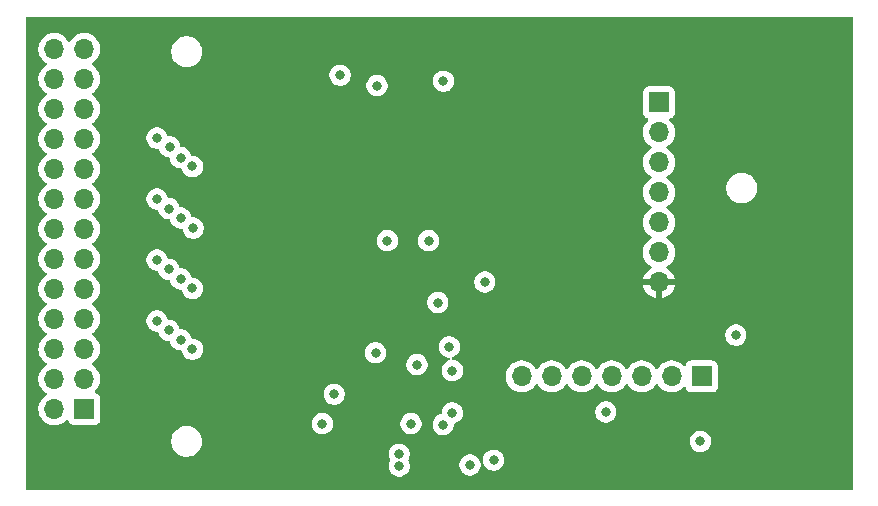
<source format=gbr>
%TF.GenerationSoftware,KiCad,Pcbnew,9.0.2-2.fc42*%
%TF.CreationDate,2025-06-23T11:30:09+02:00*%
%TF.ProjectId,bioamplifier,62696f61-6d70-46c6-9966-6965722e6b69,rev?*%
%TF.SameCoordinates,Original*%
%TF.FileFunction,Copper,L2,Inr*%
%TF.FilePolarity,Positive*%
%FSLAX46Y46*%
G04 Gerber Fmt 4.6, Leading zero omitted, Abs format (unit mm)*
G04 Created by KiCad (PCBNEW 9.0.2-2.fc42) date 2025-06-23 11:30:09*
%MOMM*%
%LPD*%
G01*
G04 APERTURE LIST*
%TA.AperFunction,ComponentPad*%
%ADD10R,1.700000X1.700000*%
%TD*%
%TA.AperFunction,ComponentPad*%
%ADD11O,1.700000X1.700000*%
%TD*%
%TA.AperFunction,ViaPad*%
%ADD12C,0.800000*%
%TD*%
%TA.AperFunction,Profile*%
%ADD13C,0.100000*%
%TD*%
G04 APERTURE END LIST*
D10*
%TO.N,Net-(J3-Pin_1)*%
%TO.C,J3*%
X106000000Y-79300000D03*
D11*
%TO.N,Net-(J3-Pin_2)*%
X106000000Y-81840000D03*
%TO.N,Net-(J3-Pin_3)*%
X106000000Y-84380000D03*
%TO.N,Net-(J3-Pin_4)*%
X106000000Y-86920000D03*
%TO.N,Net-(J3-Pin_5)*%
X106000000Y-89460000D03*
%TO.N,Net-(J3-Pin_6)*%
X106000000Y-92000000D03*
%TO.N,GNDD*%
X106000000Y-94540000D03*
%TD*%
D10*
%TO.N,GNDA*%
%TO.C,J2*%
X57340000Y-105260000D03*
D11*
X54800000Y-105260000D03*
%TO.N,/Electrodes input/REF1*%
X57340000Y-102720000D03*
%TO.N,/Electrodes input/REF2*%
X54800000Y-102720000D03*
%TO.N,/Electrodes input/P1*%
X57340000Y-100180000D03*
%TO.N,/Electrodes input/N1*%
X54800000Y-100180000D03*
%TO.N,/Electrodes input/P2*%
X57340000Y-97640000D03*
%TO.N,/Electrodes input/N2*%
X54800000Y-97640000D03*
%TO.N,/Electrodes input/P3*%
X57340000Y-95100000D03*
%TO.N,/Electrodes input/N3*%
X54800000Y-95100000D03*
%TO.N,/Electrodes input/P4*%
X57340000Y-92560000D03*
%TO.N,/Electrodes input/N4*%
X54800000Y-92560000D03*
%TO.N,/Electrodes input/P5*%
X57340000Y-90020000D03*
%TO.N,/Electrodes input/N5*%
X54800000Y-90020000D03*
%TO.N,/Electrodes input/P6*%
X57340000Y-87480000D03*
%TO.N,/Electrodes input/N6*%
X54800000Y-87480000D03*
%TO.N,/Electrodes input/P7*%
X57340000Y-84940000D03*
%TO.N,/Electrodes input/N7*%
X54800000Y-84940000D03*
%TO.N,/Electrodes input/P8*%
X57340000Y-82400000D03*
%TO.N,/Electrodes input/N8*%
X54800000Y-82400000D03*
%TO.N,/Electrodes input/BIAS*%
X57340000Y-79860000D03*
X54800000Y-79860000D03*
%TO.N,/Electrodes input/AGND*%
X57340000Y-77320000D03*
X54800000Y-77320000D03*
%TO.N,/Electrodes input/AVDD_ED*%
X57340000Y-74780000D03*
X54800000Y-74780000D03*
%TD*%
D10*
%TO.N,3.3V_UNREG*%
%TO.C,J1*%
X109620000Y-102500000D03*
D11*
%TO.N,Net-(J1-Pin_2)*%
X107080000Y-102500000D03*
%TO.N,Net-(J1-Pin_3)*%
X104540000Y-102500000D03*
%TO.N,Net-(J1-Pin_4)*%
X102000000Y-102500000D03*
%TO.N,Net-(J1-Pin_5)*%
X99460000Y-102500000D03*
%TO.N,Net-(J1-Pin_6)*%
X96920000Y-102500000D03*
%TO.N,Net-(J1-Pin_7)*%
X94380000Y-102500000D03*
%TD*%
D12*
%TO.N,AVDD*%
X83000000Y-91000000D03*
X91250000Y-94500000D03*
%TO.N,GNDD*%
X85750000Y-84500000D03*
X91750000Y-79500000D03*
X88475500Y-90216800D03*
X113362500Y-104500000D03*
X93000000Y-98500000D03*
X117862500Y-111000000D03*
%TO.N,-2.5V_UNREG*%
X88500000Y-105587500D03*
%TO.N,AVSS*%
X78500000Y-104000000D03*
X88250000Y-100000000D03*
X87750000Y-77500000D03*
X82125000Y-77875000D03*
X82000000Y-100500000D03*
%TO.N,Net-(U11-CAP+)*%
X87725000Y-106587500D03*
%TO.N,Net-(U11-CAP-)*%
X84000000Y-110087500D03*
%TO.N,IN1N*%
X65500000Y-99400000D03*
%TO.N,IN1P*%
X66500000Y-100200000D03*
%TO.N,IN2P*%
X64500000Y-98600000D03*
%TO.N,IN2N*%
X63500000Y-97800000D03*
%TO.N,IN3N*%
X65500000Y-94241145D03*
%TO.N,IN3P*%
X66500000Y-95041145D03*
%TO.N,IN4N*%
X63500000Y-92641145D03*
%TO.N,IN4P*%
X64500000Y-93441145D03*
%TO.N,IN5N*%
X65500000Y-89082290D03*
%TO.N,IN5P*%
X66558855Y-89941145D03*
%TO.N,IN6N*%
X63500000Y-87482290D03*
%TO.N,IN6P*%
X64500000Y-88282290D03*
%TO.N,IN7N*%
X65500000Y-83980000D03*
%TO.N,IN7P*%
X66500000Y-84723435D03*
%TO.N,IN8N*%
X63500000Y-82323435D03*
%TO.N,IN8P*%
X64561718Y-83061718D03*
%TO.N,DVDD*%
X112500000Y-99000000D03*
X85500000Y-101500000D03*
X86500000Y-91000000D03*
X90000000Y-110000000D03*
X85000000Y-106500000D03*
%TO.N,GNDA*%
X109500000Y-108000000D03*
X88500000Y-102000000D03*
X87274662Y-96242371D03*
X77500000Y-106500000D03*
X101500000Y-105500000D03*
X92000000Y-109587500D03*
X79000000Y-77000000D03*
X84000000Y-109087500D03*
%TD*%
%TA.AperFunction,Conductor*%
%TO.N,GNDD*%
G36*
X122317539Y-72070185D02*
G01*
X122363294Y-72122989D01*
X122374500Y-72174500D01*
X122374500Y-111925500D01*
X122354815Y-111992539D01*
X122302011Y-112038294D01*
X122250500Y-112049500D01*
X52499500Y-112049500D01*
X52432461Y-112029815D01*
X52386706Y-111977011D01*
X52375500Y-111925500D01*
X52375500Y-107897648D01*
X64699500Y-107897648D01*
X64699500Y-108102351D01*
X64731522Y-108304534D01*
X64794781Y-108499223D01*
X64887715Y-108681613D01*
X65008028Y-108847213D01*
X65152786Y-108991971D01*
X65300790Y-109099500D01*
X65318390Y-109112287D01*
X65413914Y-109160959D01*
X65500776Y-109205218D01*
X65500778Y-109205218D01*
X65500781Y-109205220D01*
X65605137Y-109239127D01*
X65695465Y-109268477D01*
X65796557Y-109284488D01*
X65897648Y-109300500D01*
X65897649Y-109300500D01*
X66102351Y-109300500D01*
X66102352Y-109300500D01*
X66304534Y-109268477D01*
X66499219Y-109205220D01*
X66681610Y-109112287D01*
X66817628Y-109013465D01*
X66837808Y-108998804D01*
X83099500Y-108998804D01*
X83099500Y-109176195D01*
X83134103Y-109350158D01*
X83134106Y-109350167D01*
X83201983Y-109514040D01*
X83201990Y-109514053D01*
X83205037Y-109518613D01*
X83225912Y-109585292D01*
X83207425Y-109652671D01*
X83205037Y-109656387D01*
X83201990Y-109660946D01*
X83201983Y-109660959D01*
X83134106Y-109824832D01*
X83134103Y-109824841D01*
X83099500Y-109998804D01*
X83099500Y-110176195D01*
X83134103Y-110350158D01*
X83134106Y-110350167D01*
X83201983Y-110514040D01*
X83201990Y-110514053D01*
X83300535Y-110661534D01*
X83300538Y-110661538D01*
X83425961Y-110786961D01*
X83425965Y-110786964D01*
X83573446Y-110885509D01*
X83573459Y-110885516D01*
X83696363Y-110936423D01*
X83737334Y-110953394D01*
X83737336Y-110953394D01*
X83737341Y-110953396D01*
X83911304Y-110987999D01*
X83911307Y-110988000D01*
X83911309Y-110988000D01*
X84088693Y-110988000D01*
X84088694Y-110987999D01*
X84146682Y-110976464D01*
X84262658Y-110953396D01*
X84262661Y-110953394D01*
X84262666Y-110953394D01*
X84426547Y-110885513D01*
X84574035Y-110786964D01*
X84699464Y-110661535D01*
X84798013Y-110514047D01*
X84865894Y-110350166D01*
X84878467Y-110286961D01*
X84900499Y-110176195D01*
X84900500Y-110176193D01*
X84900500Y-109998806D01*
X84900499Y-109998804D01*
X84886696Y-109929408D01*
X84883095Y-109911304D01*
X89099500Y-109911304D01*
X89099500Y-110088695D01*
X89134103Y-110262658D01*
X89134106Y-110262667D01*
X89201983Y-110426540D01*
X89201990Y-110426553D01*
X89300535Y-110574034D01*
X89300538Y-110574038D01*
X89425961Y-110699461D01*
X89425965Y-110699464D01*
X89573446Y-110798009D01*
X89573459Y-110798016D01*
X89696363Y-110848923D01*
X89737334Y-110865894D01*
X89737336Y-110865894D01*
X89737341Y-110865896D01*
X89911304Y-110900499D01*
X89911307Y-110900500D01*
X89911309Y-110900500D01*
X90088693Y-110900500D01*
X90088694Y-110900499D01*
X90164020Y-110885516D01*
X90262658Y-110865896D01*
X90262661Y-110865894D01*
X90262666Y-110865894D01*
X90426547Y-110798013D01*
X90574035Y-110699464D01*
X90699464Y-110574035D01*
X90798013Y-110426547D01*
X90865894Y-110262666D01*
X90900500Y-110088691D01*
X90900500Y-109911309D01*
X90865894Y-109737334D01*
X90834256Y-109660953D01*
X90798016Y-109573459D01*
X90798009Y-109573446D01*
X90748134Y-109498804D01*
X91099500Y-109498804D01*
X91099500Y-109498809D01*
X91099500Y-109676191D01*
X91134106Y-109850166D01*
X91143444Y-109872712D01*
X91143445Y-109872713D01*
X91201983Y-110014041D01*
X91201990Y-110014053D01*
X91300535Y-110161534D01*
X91300538Y-110161538D01*
X91425961Y-110286961D01*
X91425965Y-110286964D01*
X91573446Y-110385509D01*
X91573459Y-110385516D01*
X91672502Y-110426540D01*
X91737334Y-110453394D01*
X91737336Y-110453394D01*
X91737341Y-110453396D01*
X91911304Y-110487999D01*
X91911307Y-110488000D01*
X91911309Y-110488000D01*
X92088693Y-110488000D01*
X92088694Y-110487999D01*
X92146682Y-110476464D01*
X92262658Y-110453396D01*
X92262661Y-110453394D01*
X92262666Y-110453394D01*
X92426547Y-110385513D01*
X92574035Y-110286964D01*
X92699464Y-110161535D01*
X92798013Y-110014047D01*
X92865894Y-109850166D01*
X92870932Y-109824841D01*
X92900499Y-109676195D01*
X92900500Y-109676193D01*
X92900500Y-109498806D01*
X92900499Y-109498804D01*
X92865896Y-109324841D01*
X92865893Y-109324832D01*
X92855829Y-109300536D01*
X92815008Y-109201983D01*
X92798016Y-109160959D01*
X92798009Y-109160946D01*
X92699464Y-109013465D01*
X92699461Y-109013461D01*
X92574038Y-108888038D01*
X92574034Y-108888035D01*
X92426553Y-108789490D01*
X92426540Y-108789483D01*
X92262667Y-108721606D01*
X92262658Y-108721603D01*
X92088694Y-108687000D01*
X92088691Y-108687000D01*
X91911309Y-108687000D01*
X91911306Y-108687000D01*
X91737341Y-108721603D01*
X91737332Y-108721606D01*
X91573459Y-108789483D01*
X91573446Y-108789490D01*
X91425965Y-108888035D01*
X91425961Y-108888038D01*
X91300538Y-109013461D01*
X91300535Y-109013465D01*
X91201990Y-109160946D01*
X91201983Y-109160959D01*
X91134106Y-109324832D01*
X91134103Y-109324841D01*
X91099500Y-109498804D01*
X90748134Y-109498804D01*
X90699464Y-109425965D01*
X90699461Y-109425961D01*
X90574038Y-109300538D01*
X90574034Y-109300535D01*
X90426553Y-109201990D01*
X90426540Y-109201983D01*
X90262667Y-109134106D01*
X90262658Y-109134103D01*
X90088694Y-109099500D01*
X90088691Y-109099500D01*
X89911309Y-109099500D01*
X89911306Y-109099500D01*
X89737341Y-109134103D01*
X89737332Y-109134106D01*
X89573459Y-109201983D01*
X89573446Y-109201990D01*
X89425965Y-109300535D01*
X89425961Y-109300538D01*
X89300538Y-109425961D01*
X89300535Y-109425965D01*
X89201990Y-109573446D01*
X89201983Y-109573459D01*
X89134106Y-109737332D01*
X89134103Y-109737341D01*
X89099500Y-109911304D01*
X84883095Y-109911304D01*
X84865895Y-109824840D01*
X84865894Y-109824834D01*
X84820311Y-109714785D01*
X84798015Y-109660957D01*
X84798014Y-109660955D01*
X84798013Y-109660953D01*
X84794965Y-109656392D01*
X84774086Y-109589717D01*
X84792569Y-109522337D01*
X84794962Y-109518613D01*
X84798013Y-109514047D01*
X84865894Y-109350166D01*
X84870932Y-109324841D01*
X84900499Y-109176195D01*
X84900500Y-109176193D01*
X84900500Y-108998806D01*
X84900499Y-108998804D01*
X84865896Y-108824841D01*
X84865893Y-108824832D01*
X84798016Y-108660959D01*
X84798009Y-108660946D01*
X84699464Y-108513465D01*
X84699461Y-108513461D01*
X84574038Y-108388038D01*
X84574034Y-108388035D01*
X84426553Y-108289490D01*
X84426540Y-108289483D01*
X84262667Y-108221606D01*
X84262658Y-108221603D01*
X84088694Y-108187000D01*
X84088691Y-108187000D01*
X83911309Y-108187000D01*
X83911306Y-108187000D01*
X83737341Y-108221603D01*
X83737332Y-108221606D01*
X83573459Y-108289483D01*
X83573446Y-108289490D01*
X83425965Y-108388035D01*
X83425961Y-108388038D01*
X83300538Y-108513461D01*
X83300535Y-108513465D01*
X83201990Y-108660946D01*
X83201983Y-108660959D01*
X83134106Y-108824832D01*
X83134103Y-108824841D01*
X83099500Y-108998804D01*
X66837808Y-108998804D01*
X66847213Y-108991971D01*
X66847215Y-108991968D01*
X66847219Y-108991966D01*
X66991966Y-108847219D01*
X66991968Y-108847215D01*
X66991971Y-108847213D01*
X67083228Y-108721606D01*
X67112287Y-108681610D01*
X67205220Y-108499219D01*
X67268477Y-108304534D01*
X67300500Y-108102352D01*
X67300500Y-107911304D01*
X108599500Y-107911304D01*
X108599500Y-108088695D01*
X108634103Y-108262658D01*
X108634106Y-108262667D01*
X108701983Y-108426540D01*
X108701990Y-108426553D01*
X108800535Y-108574034D01*
X108800538Y-108574038D01*
X108925961Y-108699461D01*
X108925965Y-108699464D01*
X109073446Y-108798009D01*
X109073459Y-108798016D01*
X109138200Y-108824832D01*
X109237334Y-108865894D01*
X109237336Y-108865894D01*
X109237341Y-108865896D01*
X109411304Y-108900499D01*
X109411307Y-108900500D01*
X109411309Y-108900500D01*
X109588693Y-108900500D01*
X109588694Y-108900499D01*
X109651356Y-108888035D01*
X109762658Y-108865896D01*
X109762661Y-108865894D01*
X109762666Y-108865894D01*
X109926547Y-108798013D01*
X110074035Y-108699464D01*
X110199464Y-108574035D01*
X110298013Y-108426547D01*
X110365894Y-108262666D01*
X110374062Y-108221606D01*
X110388964Y-108146682D01*
X110400500Y-108088691D01*
X110400500Y-107911309D01*
X110400500Y-107911306D01*
X110400499Y-107911304D01*
X110365896Y-107737341D01*
X110365893Y-107737332D01*
X110298016Y-107573459D01*
X110298009Y-107573446D01*
X110199464Y-107425965D01*
X110199461Y-107425961D01*
X110074038Y-107300538D01*
X110074034Y-107300535D01*
X109926553Y-107201990D01*
X109926540Y-107201983D01*
X109762667Y-107134106D01*
X109762658Y-107134103D01*
X109588694Y-107099500D01*
X109588691Y-107099500D01*
X109411309Y-107099500D01*
X109411306Y-107099500D01*
X109237341Y-107134103D01*
X109237332Y-107134106D01*
X109073459Y-107201983D01*
X109073446Y-107201990D01*
X108925965Y-107300535D01*
X108925961Y-107300538D01*
X108800538Y-107425961D01*
X108800535Y-107425965D01*
X108701990Y-107573446D01*
X108701983Y-107573459D01*
X108634106Y-107737332D01*
X108634103Y-107737341D01*
X108599500Y-107911304D01*
X67300500Y-107911304D01*
X67300500Y-107897648D01*
X67268477Y-107695465D01*
X67239127Y-107605137D01*
X67205220Y-107500781D01*
X67205218Y-107500778D01*
X67205218Y-107500776D01*
X67154124Y-107400500D01*
X67112287Y-107318390D01*
X67097482Y-107298013D01*
X66991971Y-107152786D01*
X66847213Y-107008028D01*
X66681613Y-106887715D01*
X66681612Y-106887714D01*
X66681610Y-106887713D01*
X66607920Y-106850166D01*
X66499223Y-106794781D01*
X66304534Y-106731522D01*
X66129995Y-106703878D01*
X66102352Y-106699500D01*
X65897648Y-106699500D01*
X65873329Y-106703351D01*
X65695465Y-106731522D01*
X65500776Y-106794781D01*
X65318386Y-106887715D01*
X65152786Y-107008028D01*
X65008028Y-107152786D01*
X64887715Y-107318386D01*
X64794781Y-107500776D01*
X64731522Y-107695465D01*
X64699500Y-107897648D01*
X52375500Y-107897648D01*
X52375500Y-74673713D01*
X53449500Y-74673713D01*
X53449500Y-74886287D01*
X53459534Y-74949644D01*
X53482753Y-75096239D01*
X53548444Y-75298414D01*
X53644951Y-75487820D01*
X53769890Y-75659786D01*
X53920213Y-75810109D01*
X54092182Y-75935050D01*
X54100946Y-75939516D01*
X54151742Y-75987491D01*
X54168536Y-76055312D01*
X54145998Y-76121447D01*
X54100946Y-76160484D01*
X54092182Y-76164949D01*
X53920213Y-76289890D01*
X53769890Y-76440213D01*
X53644951Y-76612179D01*
X53548444Y-76801585D01*
X53482753Y-77003760D01*
X53449500Y-77213713D01*
X53449500Y-77426286D01*
X53472901Y-77574038D01*
X53482754Y-77636243D01*
X53535317Y-77798016D01*
X53548444Y-77838414D01*
X53644951Y-78027820D01*
X53769890Y-78199786D01*
X53920213Y-78350109D01*
X54092182Y-78475050D01*
X54100946Y-78479516D01*
X54151742Y-78527491D01*
X54168536Y-78595312D01*
X54145998Y-78661447D01*
X54100946Y-78700484D01*
X54092182Y-78704949D01*
X53920213Y-78829890D01*
X53769890Y-78980213D01*
X53644951Y-79152179D01*
X53548444Y-79341585D01*
X53482753Y-79543760D01*
X53449500Y-79753713D01*
X53449500Y-79966287D01*
X53482754Y-80176243D01*
X53509150Y-80257482D01*
X53548444Y-80378414D01*
X53644951Y-80567820D01*
X53769890Y-80739786D01*
X53920213Y-80890109D01*
X54092182Y-81015050D01*
X54100946Y-81019516D01*
X54151742Y-81067491D01*
X54168536Y-81135312D01*
X54145998Y-81201447D01*
X54100946Y-81240484D01*
X54092182Y-81244949D01*
X53920213Y-81369890D01*
X53769890Y-81520213D01*
X53644951Y-81692179D01*
X53548444Y-81881585D01*
X53482753Y-82083760D01*
X53454253Y-82263701D01*
X53449500Y-82293713D01*
X53449500Y-82506287D01*
X53482754Y-82716243D01*
X53541639Y-82897473D01*
X53548444Y-82918414D01*
X53644951Y-83107820D01*
X53769890Y-83279786D01*
X53920213Y-83430109D01*
X54092182Y-83555050D01*
X54100946Y-83559516D01*
X54151742Y-83607491D01*
X54168536Y-83675312D01*
X54145998Y-83741447D01*
X54100946Y-83780484D01*
X54092182Y-83784949D01*
X53920213Y-83909890D01*
X53769890Y-84060213D01*
X53644951Y-84232179D01*
X53548444Y-84421585D01*
X53482753Y-84623760D01*
X53452919Y-84812126D01*
X53449500Y-84833713D01*
X53449500Y-85046287D01*
X53482754Y-85256243D01*
X53541717Y-85437713D01*
X53548444Y-85458414D01*
X53644951Y-85647820D01*
X53769890Y-85819786D01*
X53920213Y-85970109D01*
X54092182Y-86095050D01*
X54100946Y-86099516D01*
X54151742Y-86147491D01*
X54168536Y-86215312D01*
X54145998Y-86281447D01*
X54100946Y-86320484D01*
X54092182Y-86324949D01*
X53920213Y-86449890D01*
X53769890Y-86600213D01*
X53644951Y-86772179D01*
X53548444Y-86961585D01*
X53482753Y-87163760D01*
X53449500Y-87373713D01*
X53449500Y-87586286D01*
X53476256Y-87755220D01*
X53482754Y-87796243D01*
X53532748Y-87950109D01*
X53548444Y-87998414D01*
X53644951Y-88187820D01*
X53769890Y-88359786D01*
X53920213Y-88510109D01*
X54092182Y-88635050D01*
X54100946Y-88639516D01*
X54151742Y-88687491D01*
X54168536Y-88755312D01*
X54145998Y-88821447D01*
X54100946Y-88860484D01*
X54092182Y-88864949D01*
X53920213Y-88989890D01*
X53769890Y-89140213D01*
X53644951Y-89312179D01*
X53548444Y-89501585D01*
X53482753Y-89703760D01*
X53454792Y-89880299D01*
X53449500Y-89913713D01*
X53449500Y-90126287D01*
X53456078Y-90167816D01*
X53477098Y-90300536D01*
X53482754Y-90336243D01*
X53540895Y-90515183D01*
X53548444Y-90538414D01*
X53644951Y-90727820D01*
X53769890Y-90899786D01*
X53920213Y-91050109D01*
X54092182Y-91175050D01*
X54100946Y-91179516D01*
X54151742Y-91227491D01*
X54168536Y-91295312D01*
X54145998Y-91361447D01*
X54100946Y-91400484D01*
X54092182Y-91404949D01*
X53920213Y-91529890D01*
X53769890Y-91680213D01*
X53644951Y-91852179D01*
X53548444Y-92041585D01*
X53482753Y-92243760D01*
X53449500Y-92453713D01*
X53449500Y-92666286D01*
X53481306Y-92867106D01*
X53482754Y-92876243D01*
X53532748Y-93030109D01*
X53548444Y-93078414D01*
X53644951Y-93267820D01*
X53769890Y-93439786D01*
X53920213Y-93590109D01*
X54092182Y-93715050D01*
X54100946Y-93719516D01*
X54151742Y-93767491D01*
X54168536Y-93835312D01*
X54145998Y-93901447D01*
X54100946Y-93940484D01*
X54092182Y-93944949D01*
X53920213Y-94069890D01*
X53769890Y-94220213D01*
X53644951Y-94392179D01*
X53548444Y-94581585D01*
X53482753Y-94783760D01*
X53449500Y-94993713D01*
X53449500Y-95206286D01*
X53480260Y-95400500D01*
X53482754Y-95416243D01*
X53532624Y-95569727D01*
X53548444Y-95618414D01*
X53644951Y-95807820D01*
X53769890Y-95979786D01*
X53920213Y-96130109D01*
X54092182Y-96255050D01*
X54100946Y-96259516D01*
X54151742Y-96307491D01*
X54168536Y-96375312D01*
X54145998Y-96441447D01*
X54100946Y-96480484D01*
X54092182Y-96484949D01*
X53920213Y-96609890D01*
X53769890Y-96760213D01*
X53644951Y-96932179D01*
X53548444Y-97121585D01*
X53482753Y-97323760D01*
X53449500Y-97533713D01*
X53449500Y-97746286D01*
X53473930Y-97900535D01*
X53482754Y-97956243D01*
X53540545Y-98134106D01*
X53548444Y-98158414D01*
X53644951Y-98347820D01*
X53769890Y-98519786D01*
X53920213Y-98670109D01*
X54092182Y-98795050D01*
X54100946Y-98799516D01*
X54151742Y-98847491D01*
X54168536Y-98915312D01*
X54145998Y-98981447D01*
X54100946Y-99020484D01*
X54092182Y-99024949D01*
X53920213Y-99149890D01*
X53769890Y-99300213D01*
X53644951Y-99472179D01*
X53548444Y-99661585D01*
X53482753Y-99863760D01*
X53465287Y-99974038D01*
X53449500Y-100073713D01*
X53449500Y-100286287D01*
X53451352Y-100297982D01*
X53477434Y-100462659D01*
X53482754Y-100496243D01*
X53525094Y-100626553D01*
X53548444Y-100698414D01*
X53644951Y-100887820D01*
X53769890Y-101059786D01*
X53920213Y-101210109D01*
X54092182Y-101335050D01*
X54100946Y-101339516D01*
X54151742Y-101387491D01*
X54168536Y-101455312D01*
X54145998Y-101521447D01*
X54100946Y-101560484D01*
X54092182Y-101564949D01*
X53920213Y-101689890D01*
X53769890Y-101840213D01*
X53644951Y-102012179D01*
X53548444Y-102201585D01*
X53482753Y-102403760D01*
X53455784Y-102574035D01*
X53449500Y-102613713D01*
X53449500Y-102826287D01*
X53459534Y-102889644D01*
X53470939Y-102961650D01*
X53482754Y-103036243D01*
X53536606Y-103201983D01*
X53548444Y-103238414D01*
X53644951Y-103427820D01*
X53769890Y-103599786D01*
X53920213Y-103750109D01*
X54092182Y-103875050D01*
X54100946Y-103879516D01*
X54151742Y-103927491D01*
X54168536Y-103995312D01*
X54145998Y-104061447D01*
X54100946Y-104100484D01*
X54092182Y-104104949D01*
X53920213Y-104229890D01*
X53769890Y-104380213D01*
X53644951Y-104552179D01*
X53548444Y-104741585D01*
X53482753Y-104943760D01*
X53449500Y-105153713D01*
X53449500Y-105366286D01*
X53470489Y-105498809D01*
X53482754Y-105576243D01*
X53543324Y-105762658D01*
X53548444Y-105778414D01*
X53644951Y-105967820D01*
X53769890Y-106139786D01*
X53920213Y-106290109D01*
X54092179Y-106415048D01*
X54092181Y-106415049D01*
X54092184Y-106415051D01*
X54281588Y-106511557D01*
X54483757Y-106577246D01*
X54693713Y-106610500D01*
X54693714Y-106610500D01*
X54906286Y-106610500D01*
X54906287Y-106610500D01*
X55116243Y-106577246D01*
X55318412Y-106511557D01*
X55507816Y-106415051D01*
X55679792Y-106290104D01*
X55793329Y-106176566D01*
X55854648Y-106143084D01*
X55924340Y-106148068D01*
X55980274Y-106189939D01*
X55997189Y-106220917D01*
X56046202Y-106352328D01*
X56046206Y-106352335D01*
X56132452Y-106467544D01*
X56132455Y-106467547D01*
X56247664Y-106553793D01*
X56247671Y-106553797D01*
X56382517Y-106604091D01*
X56382516Y-106604091D01*
X56389444Y-106604835D01*
X56442127Y-106610500D01*
X58237872Y-106610499D01*
X58297483Y-106604091D01*
X58432331Y-106553796D01*
X58547546Y-106467546D01*
X58589649Y-106411304D01*
X76599500Y-106411304D01*
X76599500Y-106588695D01*
X76634103Y-106762658D01*
X76634106Y-106762667D01*
X76701983Y-106926540D01*
X76701990Y-106926553D01*
X76800535Y-107074034D01*
X76800538Y-107074038D01*
X76925961Y-107199461D01*
X76925965Y-107199464D01*
X77073446Y-107298009D01*
X77073459Y-107298016D01*
X77196363Y-107348923D01*
X77237334Y-107365894D01*
X77237336Y-107365894D01*
X77237341Y-107365896D01*
X77411304Y-107400499D01*
X77411307Y-107400500D01*
X77411309Y-107400500D01*
X77588693Y-107400500D01*
X77588694Y-107400499D01*
X77664020Y-107385516D01*
X77762658Y-107365896D01*
X77762661Y-107365894D01*
X77762666Y-107365894D01*
X77926547Y-107298013D01*
X78074035Y-107199464D01*
X78199464Y-107074035D01*
X78298013Y-106926547D01*
X78365894Y-106762666D01*
X78400500Y-106588691D01*
X78400500Y-106411309D01*
X78400500Y-106411306D01*
X78400499Y-106411304D01*
X84099500Y-106411304D01*
X84099500Y-106588695D01*
X84134103Y-106762658D01*
X84134106Y-106762667D01*
X84201983Y-106926540D01*
X84201990Y-106926553D01*
X84300535Y-107074034D01*
X84300538Y-107074038D01*
X84425961Y-107199461D01*
X84425965Y-107199464D01*
X84573446Y-107298009D01*
X84573459Y-107298016D01*
X84696363Y-107348923D01*
X84737334Y-107365894D01*
X84737336Y-107365894D01*
X84737341Y-107365896D01*
X84911304Y-107400499D01*
X84911307Y-107400500D01*
X84911309Y-107400500D01*
X85088693Y-107400500D01*
X85088694Y-107400499D01*
X85164020Y-107385516D01*
X85262658Y-107365896D01*
X85262661Y-107365894D01*
X85262666Y-107365894D01*
X85426547Y-107298013D01*
X85574035Y-107199464D01*
X85699464Y-107074035D01*
X85798013Y-106926547D01*
X85865894Y-106762666D01*
X85900500Y-106588691D01*
X85900500Y-106498804D01*
X86824500Y-106498804D01*
X86824500Y-106676195D01*
X86859103Y-106850158D01*
X86859106Y-106850167D01*
X86926983Y-107014040D01*
X86926990Y-107014053D01*
X87025535Y-107161534D01*
X87025538Y-107161538D01*
X87150961Y-107286961D01*
X87150965Y-107286964D01*
X87298446Y-107385509D01*
X87298459Y-107385516D01*
X87396104Y-107425961D01*
X87462334Y-107453394D01*
X87462336Y-107453394D01*
X87462341Y-107453396D01*
X87636304Y-107487999D01*
X87636307Y-107488000D01*
X87636309Y-107488000D01*
X87813693Y-107488000D01*
X87813694Y-107487999D01*
X87871682Y-107476464D01*
X87987658Y-107453396D01*
X87987661Y-107453394D01*
X87987666Y-107453394D01*
X88151547Y-107385513D01*
X88299035Y-107286964D01*
X88424464Y-107161535D01*
X88523013Y-107014047D01*
X88590894Y-106850166D01*
X88625500Y-106676191D01*
X88625500Y-106582442D01*
X88645185Y-106515403D01*
X88697989Y-106469648D01*
X88725305Y-106460825D01*
X88762666Y-106453394D01*
X88926547Y-106385513D01*
X89074035Y-106286964D01*
X89199464Y-106161535D01*
X89298013Y-106014047D01*
X89365894Y-105850166D01*
X89375767Y-105800535D01*
X89400499Y-105676195D01*
X89400500Y-105676193D01*
X89400500Y-105498806D01*
X89400499Y-105498804D01*
X89386696Y-105429408D01*
X89383095Y-105411304D01*
X100599500Y-105411304D01*
X100599500Y-105588695D01*
X100634103Y-105762658D01*
X100634106Y-105762667D01*
X100701983Y-105926540D01*
X100701990Y-105926553D01*
X100800535Y-106074034D01*
X100800538Y-106074038D01*
X100925961Y-106199461D01*
X100925965Y-106199464D01*
X101073446Y-106298009D01*
X101073459Y-106298016D01*
X101138200Y-106324832D01*
X101237334Y-106365894D01*
X101237336Y-106365894D01*
X101237341Y-106365896D01*
X101411304Y-106400499D01*
X101411307Y-106400500D01*
X101411309Y-106400500D01*
X101588693Y-106400500D01*
X101588694Y-106400499D01*
X101664020Y-106385516D01*
X101762658Y-106365896D01*
X101762661Y-106365894D01*
X101762666Y-106365894D01*
X101926547Y-106298013D01*
X102074035Y-106199464D01*
X102199464Y-106074035D01*
X102298013Y-105926547D01*
X102365894Y-105762666D01*
X102374062Y-105721606D01*
X102400499Y-105588695D01*
X102400500Y-105588693D01*
X102400500Y-105411306D01*
X102400499Y-105411304D01*
X102365896Y-105237341D01*
X102365893Y-105237332D01*
X102298016Y-105073459D01*
X102298009Y-105073446D01*
X102199464Y-104925965D01*
X102199461Y-104925961D01*
X102074038Y-104800538D01*
X102074034Y-104800535D01*
X101926553Y-104701990D01*
X101926540Y-104701983D01*
X101762667Y-104634106D01*
X101762658Y-104634103D01*
X101588694Y-104599500D01*
X101588691Y-104599500D01*
X101411309Y-104599500D01*
X101411306Y-104599500D01*
X101237341Y-104634103D01*
X101237332Y-104634106D01*
X101073459Y-104701983D01*
X101073446Y-104701990D01*
X100925965Y-104800535D01*
X100925961Y-104800538D01*
X100800538Y-104925961D01*
X100800535Y-104925965D01*
X100701990Y-105073446D01*
X100701983Y-105073459D01*
X100634106Y-105237332D01*
X100634103Y-105237341D01*
X100599500Y-105411304D01*
X89383095Y-105411304D01*
X89365895Y-105324840D01*
X89365894Y-105324834D01*
X89329650Y-105237332D01*
X89298016Y-105160959D01*
X89298009Y-105160946D01*
X89199464Y-105013465D01*
X89199461Y-105013461D01*
X89074038Y-104888038D01*
X89074034Y-104888035D01*
X88926553Y-104789490D01*
X88926540Y-104789483D01*
X88762667Y-104721606D01*
X88762658Y-104721603D01*
X88588694Y-104687000D01*
X88588691Y-104687000D01*
X88411309Y-104687000D01*
X88411306Y-104687000D01*
X88237341Y-104721603D01*
X88237332Y-104721606D01*
X88073459Y-104789483D01*
X88073446Y-104789490D01*
X87925965Y-104888035D01*
X87925961Y-104888038D01*
X87800538Y-105013461D01*
X87800535Y-105013465D01*
X87701990Y-105160946D01*
X87701983Y-105160959D01*
X87634106Y-105324832D01*
X87634103Y-105324841D01*
X87599500Y-105498804D01*
X87599500Y-105592557D01*
X87579815Y-105659596D01*
X87527011Y-105705351D01*
X87499693Y-105714174D01*
X87462338Y-105721604D01*
X87462329Y-105721607D01*
X87298459Y-105789483D01*
X87298446Y-105789490D01*
X87150965Y-105888035D01*
X87150961Y-105888038D01*
X87025538Y-106013461D01*
X87025535Y-106013465D01*
X86926990Y-106160946D01*
X86926983Y-106160959D01*
X86859106Y-106324832D01*
X86859103Y-106324841D01*
X86824500Y-106498804D01*
X85900500Y-106498804D01*
X85900500Y-106411309D01*
X85900500Y-106411306D01*
X85900499Y-106411304D01*
X85865896Y-106237341D01*
X85865893Y-106237332D01*
X85857671Y-106217483D01*
X85834499Y-106161538D01*
X85798016Y-106073459D01*
X85798009Y-106073446D01*
X85699464Y-105925965D01*
X85699461Y-105925961D01*
X85574038Y-105800538D01*
X85574034Y-105800535D01*
X85426553Y-105701990D01*
X85426540Y-105701983D01*
X85262667Y-105634106D01*
X85262658Y-105634103D01*
X85088694Y-105599500D01*
X85088691Y-105599500D01*
X84911309Y-105599500D01*
X84911306Y-105599500D01*
X84737341Y-105634103D01*
X84737332Y-105634106D01*
X84573459Y-105701983D01*
X84573446Y-105701990D01*
X84425965Y-105800535D01*
X84425961Y-105800538D01*
X84300538Y-105925961D01*
X84300535Y-105925965D01*
X84201990Y-106073446D01*
X84201983Y-106073459D01*
X84134106Y-106237332D01*
X84134103Y-106237341D01*
X84099500Y-106411304D01*
X78400499Y-106411304D01*
X78365896Y-106237341D01*
X78365893Y-106237332D01*
X78357671Y-106217483D01*
X78334499Y-106161538D01*
X78298016Y-106073459D01*
X78298009Y-106073446D01*
X78199464Y-105925965D01*
X78199461Y-105925961D01*
X78074038Y-105800538D01*
X78074034Y-105800535D01*
X77926553Y-105701990D01*
X77926540Y-105701983D01*
X77762667Y-105634106D01*
X77762658Y-105634103D01*
X77588694Y-105599500D01*
X77588691Y-105599500D01*
X77411309Y-105599500D01*
X77411306Y-105599500D01*
X77237341Y-105634103D01*
X77237332Y-105634106D01*
X77073459Y-105701983D01*
X77073446Y-105701990D01*
X76925965Y-105800535D01*
X76925961Y-105800538D01*
X76800538Y-105925961D01*
X76800535Y-105925965D01*
X76701990Y-106073446D01*
X76701983Y-106073459D01*
X76634106Y-106237332D01*
X76634103Y-106237341D01*
X76599500Y-106411304D01*
X58589649Y-106411304D01*
X58633796Y-106352331D01*
X58684091Y-106217483D01*
X58690500Y-106157873D01*
X58690499Y-104362128D01*
X58684091Y-104302517D01*
X58682810Y-104299083D01*
X58633797Y-104167671D01*
X58633793Y-104167664D01*
X58547547Y-104052455D01*
X58547544Y-104052452D01*
X58492856Y-104011512D01*
X58492852Y-104011510D01*
X58432331Y-103966204D01*
X58297483Y-103915909D01*
X58296817Y-103915837D01*
X58289864Y-103912444D01*
X58288615Y-103911304D01*
X77599500Y-103911304D01*
X77599500Y-104088695D01*
X77634103Y-104262658D01*
X77634106Y-104262667D01*
X77701983Y-104426540D01*
X77701990Y-104426553D01*
X77800535Y-104574034D01*
X77800538Y-104574038D01*
X77925961Y-104699461D01*
X77925965Y-104699464D01*
X78073446Y-104798009D01*
X78073459Y-104798016D01*
X78196363Y-104848923D01*
X78237334Y-104865894D01*
X78237336Y-104865894D01*
X78237341Y-104865896D01*
X78411304Y-104900499D01*
X78411307Y-104900500D01*
X78411309Y-104900500D01*
X78588693Y-104900500D01*
X78588694Y-104900499D01*
X78651356Y-104888035D01*
X78762658Y-104865896D01*
X78762661Y-104865894D01*
X78762666Y-104865894D01*
X78926547Y-104798013D01*
X79074035Y-104699464D01*
X79199464Y-104574035D01*
X79298013Y-104426547D01*
X79365894Y-104262666D01*
X79372413Y-104229896D01*
X79400499Y-104088695D01*
X79400500Y-104088693D01*
X79400500Y-103911306D01*
X79400499Y-103911304D01*
X79365896Y-103737341D01*
X79365893Y-103737332D01*
X79364773Y-103734629D01*
X79331812Y-103655051D01*
X79298016Y-103573459D01*
X79298009Y-103573446D01*
X79199464Y-103425965D01*
X79199461Y-103425961D01*
X79074038Y-103300538D01*
X79074034Y-103300535D01*
X78926553Y-103201990D01*
X78926540Y-103201983D01*
X78762667Y-103134106D01*
X78762658Y-103134103D01*
X78588694Y-103099500D01*
X78588691Y-103099500D01*
X78411309Y-103099500D01*
X78411306Y-103099500D01*
X78237341Y-103134103D01*
X78237332Y-103134106D01*
X78073459Y-103201983D01*
X78073446Y-103201990D01*
X77925965Y-103300535D01*
X77925961Y-103300538D01*
X77800538Y-103425961D01*
X77800535Y-103425965D01*
X77701990Y-103573446D01*
X77701983Y-103573459D01*
X77634106Y-103737332D01*
X77634103Y-103737341D01*
X77599500Y-103911304D01*
X58288615Y-103911304D01*
X58268325Y-103892791D01*
X58244983Y-103875318D01*
X58242820Y-103869520D01*
X58238250Y-103865350D01*
X58230755Y-103837172D01*
X58220566Y-103809853D01*
X58221881Y-103803806D01*
X58220291Y-103797828D01*
X58229220Y-103770070D01*
X58235418Y-103741580D01*
X58240621Y-103734629D01*
X58241687Y-103731316D01*
X58245368Y-103728287D01*
X58256563Y-103713332D01*
X58370104Y-103599792D01*
X58495051Y-103427816D01*
X58591557Y-103238412D01*
X58657246Y-103036243D01*
X58690500Y-102826287D01*
X58690500Y-102613713D01*
X58657246Y-102403757D01*
X58591557Y-102201588D01*
X58495051Y-102012184D01*
X58495049Y-102012181D01*
X58495048Y-102012179D01*
X58370109Y-101840213D01*
X58219786Y-101689890D01*
X58047820Y-101564951D01*
X58047115Y-101564591D01*
X58039054Y-101560485D01*
X57988259Y-101512512D01*
X57971463Y-101444692D01*
X57982840Y-101411304D01*
X84599500Y-101411304D01*
X84599500Y-101588695D01*
X84634103Y-101762658D01*
X84634106Y-101762667D01*
X84701983Y-101926540D01*
X84701990Y-101926553D01*
X84800535Y-102074034D01*
X84800538Y-102074038D01*
X84925961Y-102199461D01*
X84925965Y-102199464D01*
X85073446Y-102298009D01*
X85073459Y-102298016D01*
X85178175Y-102341390D01*
X85237334Y-102365894D01*
X85237336Y-102365894D01*
X85237341Y-102365896D01*
X85411304Y-102400499D01*
X85411307Y-102400500D01*
X85411309Y-102400500D01*
X85588693Y-102400500D01*
X85588694Y-102400499D01*
X85646682Y-102388964D01*
X85762658Y-102365896D01*
X85762661Y-102365894D01*
X85762666Y-102365894D01*
X85926547Y-102298013D01*
X86074035Y-102199464D01*
X86199464Y-102074035D01*
X86298013Y-101926547D01*
X86365894Y-101762666D01*
X86370932Y-101737341D01*
X86400499Y-101588695D01*
X86400500Y-101588693D01*
X86400500Y-101411306D01*
X86400499Y-101411304D01*
X86365896Y-101237341D01*
X86365893Y-101237332D01*
X86298016Y-101073459D01*
X86298009Y-101073446D01*
X86199464Y-100925965D01*
X86199461Y-100925961D01*
X86074038Y-100800538D01*
X86074034Y-100800535D01*
X85926553Y-100701990D01*
X85926540Y-100701983D01*
X85762667Y-100634106D01*
X85762658Y-100634103D01*
X85588694Y-100599500D01*
X85588691Y-100599500D01*
X85411309Y-100599500D01*
X85411306Y-100599500D01*
X85237341Y-100634103D01*
X85237332Y-100634106D01*
X85073459Y-100701983D01*
X85073446Y-100701990D01*
X84925965Y-100800535D01*
X84925961Y-100800538D01*
X84800538Y-100925961D01*
X84800535Y-100925965D01*
X84701990Y-101073446D01*
X84701983Y-101073459D01*
X84634106Y-101237332D01*
X84634103Y-101237341D01*
X84599500Y-101411304D01*
X57982840Y-101411304D01*
X57993999Y-101378556D01*
X58039054Y-101339515D01*
X58047816Y-101335051D01*
X58069789Y-101319086D01*
X58219786Y-101210109D01*
X58219788Y-101210106D01*
X58219792Y-101210104D01*
X58370104Y-101059792D01*
X58370106Y-101059788D01*
X58370109Y-101059786D01*
X58495048Y-100887820D01*
X58495047Y-100887820D01*
X58495051Y-100887816D01*
X58591557Y-100698412D01*
X58657246Y-100496243D01*
X58690500Y-100286287D01*
X58690500Y-100073713D01*
X58657246Y-99863757D01*
X58591557Y-99661588D01*
X58495051Y-99472184D01*
X58495049Y-99472181D01*
X58495048Y-99472179D01*
X58370109Y-99300213D01*
X58219786Y-99149890D01*
X58047820Y-99024951D01*
X58047115Y-99024591D01*
X58039054Y-99020485D01*
X57988259Y-98972512D01*
X57971463Y-98904692D01*
X57993999Y-98838556D01*
X58039054Y-98799515D01*
X58047816Y-98795051D01*
X58127248Y-98737341D01*
X58219786Y-98670109D01*
X58219788Y-98670106D01*
X58219792Y-98670104D01*
X58370104Y-98519792D01*
X58370106Y-98519788D01*
X58370109Y-98519786D01*
X58495048Y-98347820D01*
X58495047Y-98347820D01*
X58495051Y-98347816D01*
X58591557Y-98158412D01*
X58657246Y-97956243D01*
X58690500Y-97746287D01*
X58690500Y-97711304D01*
X62599500Y-97711304D01*
X62599500Y-97888695D01*
X62634103Y-98062658D01*
X62634106Y-98062667D01*
X62701983Y-98226540D01*
X62701990Y-98226553D01*
X62800535Y-98374034D01*
X62800538Y-98374038D01*
X62925961Y-98499461D01*
X62925965Y-98499464D01*
X63073446Y-98598009D01*
X63073459Y-98598016D01*
X63196363Y-98648923D01*
X63237334Y-98665894D01*
X63237336Y-98665894D01*
X63237341Y-98665896D01*
X63411304Y-98700499D01*
X63411307Y-98700500D01*
X63500085Y-98700500D01*
X63567124Y-98720185D01*
X63612879Y-98772989D01*
X63621702Y-98800309D01*
X63634103Y-98862658D01*
X63634106Y-98862667D01*
X63701983Y-99026540D01*
X63701990Y-99026553D01*
X63800535Y-99174034D01*
X63800538Y-99174038D01*
X63925961Y-99299461D01*
X63925965Y-99299464D01*
X64073446Y-99398009D01*
X64073459Y-99398016D01*
X64142355Y-99426553D01*
X64237334Y-99465894D01*
X64237336Y-99465894D01*
X64237341Y-99465896D01*
X64411304Y-99500499D01*
X64411307Y-99500500D01*
X64500085Y-99500500D01*
X64567124Y-99520185D01*
X64612879Y-99572989D01*
X64621702Y-99600309D01*
X64634103Y-99662658D01*
X64634106Y-99662667D01*
X64701983Y-99826540D01*
X64701990Y-99826553D01*
X64800535Y-99974034D01*
X64800538Y-99974038D01*
X64925961Y-100099461D01*
X64925965Y-100099464D01*
X65073446Y-100198009D01*
X65073459Y-100198016D01*
X65168378Y-100237332D01*
X65237334Y-100265894D01*
X65237336Y-100265894D01*
X65237341Y-100265896D01*
X65411304Y-100300499D01*
X65411307Y-100300500D01*
X65500085Y-100300500D01*
X65567124Y-100320185D01*
X65612879Y-100372989D01*
X65621702Y-100400309D01*
X65634103Y-100462658D01*
X65634106Y-100462667D01*
X65701983Y-100626540D01*
X65701990Y-100626553D01*
X65800535Y-100774034D01*
X65800538Y-100774038D01*
X65925961Y-100899461D01*
X65925965Y-100899464D01*
X66073446Y-100998009D01*
X66073459Y-100998016D01*
X66143461Y-101027011D01*
X66237334Y-101065894D01*
X66237336Y-101065894D01*
X66237341Y-101065896D01*
X66411304Y-101100499D01*
X66411307Y-101100500D01*
X66411309Y-101100500D01*
X66588693Y-101100500D01*
X66588694Y-101100499D01*
X66646682Y-101088964D01*
X66762658Y-101065896D01*
X66762661Y-101065894D01*
X66762666Y-101065894D01*
X66926547Y-100998013D01*
X67074035Y-100899464D01*
X67199464Y-100774035D01*
X67298013Y-100626547D01*
X67365894Y-100462666D01*
X67376111Y-100411304D01*
X81099500Y-100411304D01*
X81099500Y-100588695D01*
X81134103Y-100762658D01*
X81134106Y-100762667D01*
X81201983Y-100926540D01*
X81201990Y-100926553D01*
X81300535Y-101074034D01*
X81300538Y-101074038D01*
X81425961Y-101199461D01*
X81425965Y-101199464D01*
X81573446Y-101298009D01*
X81573459Y-101298016D01*
X81696363Y-101348923D01*
X81737334Y-101365894D01*
X81737336Y-101365894D01*
X81737341Y-101365896D01*
X81911304Y-101400499D01*
X81911307Y-101400500D01*
X81911309Y-101400500D01*
X82088693Y-101400500D01*
X82088694Y-101400499D01*
X82154091Y-101387491D01*
X82262658Y-101365896D01*
X82262661Y-101365894D01*
X82262666Y-101365894D01*
X82426547Y-101298013D01*
X82574035Y-101199464D01*
X82699464Y-101074035D01*
X82798013Y-100926547D01*
X82865894Y-100762666D01*
X82878467Y-100699461D01*
X82900499Y-100588695D01*
X82900500Y-100588693D01*
X82900500Y-100411306D01*
X82900499Y-100411304D01*
X82865896Y-100237341D01*
X82865893Y-100237332D01*
X82798016Y-100073459D01*
X82798009Y-100073446D01*
X82731633Y-99974108D01*
X82699464Y-99925965D01*
X82699461Y-99925961D01*
X82684804Y-99911304D01*
X87349500Y-99911304D01*
X87349500Y-100088695D01*
X87384103Y-100262658D01*
X87384106Y-100262667D01*
X87451983Y-100426540D01*
X87451990Y-100426553D01*
X87550535Y-100574034D01*
X87550538Y-100574038D01*
X87675961Y-100699461D01*
X87675965Y-100699464D01*
X87823446Y-100798009D01*
X87823459Y-100798016D01*
X87946363Y-100848923D01*
X87987334Y-100865894D01*
X87987336Y-100865894D01*
X87987341Y-100865896D01*
X88161304Y-100900499D01*
X88161307Y-100900500D01*
X88177920Y-100900500D01*
X88244959Y-100920185D01*
X88290714Y-100972989D01*
X88300658Y-101042147D01*
X88271633Y-101105703D01*
X88225372Y-101139060D01*
X88209134Y-101145786D01*
X88073458Y-101201983D01*
X88073446Y-101201990D01*
X87925965Y-101300535D01*
X87925961Y-101300538D01*
X87800538Y-101425961D01*
X87800535Y-101425965D01*
X87701990Y-101573446D01*
X87701983Y-101573459D01*
X87634106Y-101737332D01*
X87634103Y-101737341D01*
X87599500Y-101911304D01*
X87599500Y-102088695D01*
X87634103Y-102262658D01*
X87634106Y-102262667D01*
X87701983Y-102426540D01*
X87701990Y-102426553D01*
X87800535Y-102574034D01*
X87800538Y-102574038D01*
X87925961Y-102699461D01*
X87925965Y-102699464D01*
X88073446Y-102798009D01*
X88073459Y-102798016D01*
X88141713Y-102826287D01*
X88237334Y-102865894D01*
X88237336Y-102865894D01*
X88237341Y-102865896D01*
X88411304Y-102900499D01*
X88411307Y-102900500D01*
X88411309Y-102900500D01*
X88588693Y-102900500D01*
X88588694Y-102900499D01*
X88646682Y-102888964D01*
X88762658Y-102865896D01*
X88762661Y-102865894D01*
X88762666Y-102865894D01*
X88926547Y-102798013D01*
X89074035Y-102699464D01*
X89199464Y-102574035D01*
X89298013Y-102426547D01*
X89311613Y-102393713D01*
X93029500Y-102393713D01*
X93029500Y-102606286D01*
X93059866Y-102798013D01*
X93062754Y-102816243D01*
X93078887Y-102865896D01*
X93128444Y-103018414D01*
X93224951Y-103207820D01*
X93349890Y-103379786D01*
X93500213Y-103530109D01*
X93672179Y-103655048D01*
X93672181Y-103655049D01*
X93672184Y-103655051D01*
X93861588Y-103751557D01*
X94063757Y-103817246D01*
X94273713Y-103850500D01*
X94273714Y-103850500D01*
X94486286Y-103850500D01*
X94486287Y-103850500D01*
X94696243Y-103817246D01*
X94898412Y-103751557D01*
X95087816Y-103655051D01*
X95163874Y-103599792D01*
X95259786Y-103530109D01*
X95259788Y-103530106D01*
X95259792Y-103530104D01*
X95410104Y-103379792D01*
X95410106Y-103379788D01*
X95410109Y-103379786D01*
X95535048Y-103207820D01*
X95535047Y-103207820D01*
X95535051Y-103207816D01*
X95539514Y-103199054D01*
X95587488Y-103148259D01*
X95655308Y-103131463D01*
X95721444Y-103153999D01*
X95760486Y-103199056D01*
X95764951Y-103207820D01*
X95889890Y-103379786D01*
X96040213Y-103530109D01*
X96212179Y-103655048D01*
X96212181Y-103655049D01*
X96212184Y-103655051D01*
X96401588Y-103751557D01*
X96603757Y-103817246D01*
X96813713Y-103850500D01*
X96813714Y-103850500D01*
X97026286Y-103850500D01*
X97026287Y-103850500D01*
X97236243Y-103817246D01*
X97438412Y-103751557D01*
X97627816Y-103655051D01*
X97703874Y-103599792D01*
X97799786Y-103530109D01*
X97799788Y-103530106D01*
X97799792Y-103530104D01*
X97950104Y-103379792D01*
X97950106Y-103379788D01*
X97950109Y-103379786D01*
X98075048Y-103207820D01*
X98075047Y-103207820D01*
X98075051Y-103207816D01*
X98079514Y-103199054D01*
X98127488Y-103148259D01*
X98195308Y-103131463D01*
X98261444Y-103153999D01*
X98300486Y-103199056D01*
X98304951Y-103207820D01*
X98429890Y-103379786D01*
X98580213Y-103530109D01*
X98752179Y-103655048D01*
X98752181Y-103655049D01*
X98752184Y-103655051D01*
X98941588Y-103751557D01*
X99143757Y-103817246D01*
X99353713Y-103850500D01*
X99353714Y-103850500D01*
X99566286Y-103850500D01*
X99566287Y-103850500D01*
X99776243Y-103817246D01*
X99978412Y-103751557D01*
X100167816Y-103655051D01*
X100243874Y-103599792D01*
X100339786Y-103530109D01*
X100339788Y-103530106D01*
X100339792Y-103530104D01*
X100490104Y-103379792D01*
X100490106Y-103379788D01*
X100490109Y-103379786D01*
X100615048Y-103207820D01*
X100615047Y-103207820D01*
X100615051Y-103207816D01*
X100619514Y-103199054D01*
X100667488Y-103148259D01*
X100735308Y-103131463D01*
X100801444Y-103153999D01*
X100840486Y-103199056D01*
X100844951Y-103207820D01*
X100969890Y-103379786D01*
X101120213Y-103530109D01*
X101292179Y-103655048D01*
X101292181Y-103655049D01*
X101292184Y-103655051D01*
X101481588Y-103751557D01*
X101683757Y-103817246D01*
X101893713Y-103850500D01*
X101893714Y-103850500D01*
X102106286Y-103850500D01*
X102106287Y-103850500D01*
X102316243Y-103817246D01*
X102518412Y-103751557D01*
X102707816Y-103655051D01*
X102783874Y-103599792D01*
X102879786Y-103530109D01*
X102879788Y-103530106D01*
X102879792Y-103530104D01*
X103030104Y-103379792D01*
X103030106Y-103379788D01*
X103030109Y-103379786D01*
X103155048Y-103207820D01*
X103155047Y-103207820D01*
X103155051Y-103207816D01*
X103159514Y-103199054D01*
X103207488Y-103148259D01*
X103275308Y-103131463D01*
X103341444Y-103153999D01*
X103380486Y-103199056D01*
X103384951Y-103207820D01*
X103509890Y-103379786D01*
X103660213Y-103530109D01*
X103832179Y-103655048D01*
X103832181Y-103655049D01*
X103832184Y-103655051D01*
X104021588Y-103751557D01*
X104223757Y-103817246D01*
X104433713Y-103850500D01*
X104433714Y-103850500D01*
X104646286Y-103850500D01*
X104646287Y-103850500D01*
X104856243Y-103817246D01*
X105058412Y-103751557D01*
X105247816Y-103655051D01*
X105323874Y-103599792D01*
X105419786Y-103530109D01*
X105419788Y-103530106D01*
X105419792Y-103530104D01*
X105570104Y-103379792D01*
X105570106Y-103379788D01*
X105570109Y-103379786D01*
X105695048Y-103207820D01*
X105695047Y-103207820D01*
X105695051Y-103207816D01*
X105699514Y-103199054D01*
X105747488Y-103148259D01*
X105815308Y-103131463D01*
X105881444Y-103153999D01*
X105920486Y-103199056D01*
X105924951Y-103207820D01*
X106049890Y-103379786D01*
X106200213Y-103530109D01*
X106372179Y-103655048D01*
X106372181Y-103655049D01*
X106372184Y-103655051D01*
X106561588Y-103751557D01*
X106763757Y-103817246D01*
X106973713Y-103850500D01*
X106973714Y-103850500D01*
X107186286Y-103850500D01*
X107186287Y-103850500D01*
X107396243Y-103817246D01*
X107598412Y-103751557D01*
X107787816Y-103655051D01*
X107900127Y-103573453D01*
X107959784Y-103530110D01*
X107959784Y-103530109D01*
X107959792Y-103530104D01*
X108073329Y-103416566D01*
X108134648Y-103383084D01*
X108204340Y-103388068D01*
X108260274Y-103429939D01*
X108277189Y-103460917D01*
X108326202Y-103592328D01*
X108326206Y-103592335D01*
X108412452Y-103707544D01*
X108412455Y-103707547D01*
X108527664Y-103793793D01*
X108527671Y-103793797D01*
X108662517Y-103844091D01*
X108662516Y-103844091D01*
X108664842Y-103844341D01*
X108722127Y-103850500D01*
X110517872Y-103850499D01*
X110577483Y-103844091D01*
X110712331Y-103793796D01*
X110827546Y-103707546D01*
X110913796Y-103592331D01*
X110964091Y-103457483D01*
X110970500Y-103397873D01*
X110970499Y-101602128D01*
X110964091Y-101542517D01*
X110962810Y-101539083D01*
X110913797Y-101407671D01*
X110913793Y-101407664D01*
X110827547Y-101292455D01*
X110827544Y-101292452D01*
X110712335Y-101206206D01*
X110712328Y-101206202D01*
X110577482Y-101155908D01*
X110577483Y-101155908D01*
X110517883Y-101149501D01*
X110517881Y-101149500D01*
X110517873Y-101149500D01*
X110517864Y-101149500D01*
X108722129Y-101149500D01*
X108722123Y-101149501D01*
X108662516Y-101155908D01*
X108527671Y-101206202D01*
X108527664Y-101206206D01*
X108412455Y-101292452D01*
X108412452Y-101292455D01*
X108326206Y-101407664D01*
X108326203Y-101407669D01*
X108277189Y-101539083D01*
X108235317Y-101595016D01*
X108169853Y-101619433D01*
X108101580Y-101604581D01*
X108073326Y-101583430D01*
X107959786Y-101469890D01*
X107787820Y-101344951D01*
X107598414Y-101248444D01*
X107598413Y-101248443D01*
X107598412Y-101248443D01*
X107396243Y-101182754D01*
X107396241Y-101182753D01*
X107396240Y-101182753D01*
X107234957Y-101157208D01*
X107186287Y-101149500D01*
X106973713Y-101149500D01*
X106925042Y-101157208D01*
X106763760Y-101182753D01*
X106561585Y-101248444D01*
X106372179Y-101344951D01*
X106200213Y-101469890D01*
X106049890Y-101620213D01*
X105924949Y-101792182D01*
X105920484Y-101800946D01*
X105872509Y-101851742D01*
X105804688Y-101868536D01*
X105738553Y-101845998D01*
X105699516Y-101800946D01*
X105695050Y-101792182D01*
X105570109Y-101620213D01*
X105419786Y-101469890D01*
X105247820Y-101344951D01*
X105058414Y-101248444D01*
X105058413Y-101248443D01*
X105058412Y-101248443D01*
X104856243Y-101182754D01*
X104856241Y-101182753D01*
X104856240Y-101182753D01*
X104694957Y-101157208D01*
X104646287Y-101149500D01*
X104433713Y-101149500D01*
X104385042Y-101157208D01*
X104223760Y-101182753D01*
X104021585Y-101248444D01*
X103832179Y-101344951D01*
X103660213Y-101469890D01*
X103509890Y-101620213D01*
X103384949Y-101792182D01*
X103380484Y-101800946D01*
X103332509Y-101851742D01*
X103264688Y-101868536D01*
X103198553Y-101845998D01*
X103159516Y-101800946D01*
X103155050Y-101792182D01*
X103030109Y-101620213D01*
X102879786Y-101469890D01*
X102707820Y-101344951D01*
X102518414Y-101248444D01*
X102518413Y-101248443D01*
X102518412Y-101248443D01*
X102316243Y-101182754D01*
X102316241Y-101182753D01*
X102316240Y-101182753D01*
X102154957Y-101157208D01*
X102106287Y-101149500D01*
X101893713Y-101149500D01*
X101845042Y-101157208D01*
X101683760Y-101182753D01*
X101481585Y-101248444D01*
X101292179Y-101344951D01*
X101120213Y-101469890D01*
X100969890Y-101620213D01*
X100844949Y-101792182D01*
X100840484Y-101800946D01*
X100792509Y-101851742D01*
X100724688Y-101868536D01*
X100658553Y-101845998D01*
X100619516Y-101800946D01*
X100615050Y-101792182D01*
X100490109Y-101620213D01*
X100339786Y-101469890D01*
X100167820Y-101344951D01*
X99978414Y-101248444D01*
X99978413Y-101248443D01*
X99978412Y-101248443D01*
X99776243Y-101182754D01*
X99776241Y-101182753D01*
X99776240Y-101182753D01*
X99614957Y-101157208D01*
X99566287Y-101149500D01*
X99353713Y-101149500D01*
X99305042Y-101157208D01*
X99143760Y-101182753D01*
X98941585Y-101248444D01*
X98752179Y-101344951D01*
X98580213Y-101469890D01*
X98429890Y-101620213D01*
X98304949Y-101792182D01*
X98300484Y-101800946D01*
X98252509Y-101851742D01*
X98184688Y-101868536D01*
X98118553Y-101845998D01*
X98079516Y-101800946D01*
X98075050Y-101792182D01*
X97950109Y-101620213D01*
X97799786Y-101469890D01*
X97627820Y-101344951D01*
X97438414Y-101248444D01*
X97438413Y-101248443D01*
X97438412Y-101248443D01*
X97236243Y-101182754D01*
X97236241Y-101182753D01*
X97236240Y-101182753D01*
X97074957Y-101157208D01*
X97026287Y-101149500D01*
X96813713Y-101149500D01*
X96765042Y-101157208D01*
X96603760Y-101182753D01*
X96401585Y-101248444D01*
X96212179Y-101344951D01*
X96040213Y-101469890D01*
X95889890Y-101620213D01*
X95764949Y-101792182D01*
X95760484Y-101800946D01*
X95712509Y-101851742D01*
X95644688Y-101868536D01*
X95578553Y-101845998D01*
X95539516Y-101800946D01*
X95535050Y-101792182D01*
X95410109Y-101620213D01*
X95259786Y-101469890D01*
X95087820Y-101344951D01*
X94898414Y-101248444D01*
X94898413Y-101248443D01*
X94898412Y-101248443D01*
X94696243Y-101182754D01*
X94696241Y-101182753D01*
X94696240Y-101182753D01*
X94534957Y-101157208D01*
X94486287Y-101149500D01*
X94273713Y-101149500D01*
X94225042Y-101157208D01*
X94063760Y-101182753D01*
X93861585Y-101248444D01*
X93672179Y-101344951D01*
X93500213Y-101469890D01*
X93349890Y-101620213D01*
X93224951Y-101792179D01*
X93128444Y-101981585D01*
X93062753Y-102183760D01*
X93029500Y-102393713D01*
X89311613Y-102393713D01*
X89365894Y-102262666D01*
X89378467Y-102199461D01*
X89400499Y-102088695D01*
X89400500Y-102088693D01*
X89400500Y-101911306D01*
X89400499Y-101911304D01*
X89365896Y-101737341D01*
X89365893Y-101737332D01*
X89298016Y-101573459D01*
X89298009Y-101573446D01*
X89199464Y-101425965D01*
X89199461Y-101425961D01*
X89074038Y-101300538D01*
X89074034Y-101300535D01*
X88926553Y-101201990D01*
X88926540Y-101201983D01*
X88762667Y-101134106D01*
X88762658Y-101134103D01*
X88588694Y-101099500D01*
X88588691Y-101099500D01*
X88572080Y-101099500D01*
X88505041Y-101079815D01*
X88459286Y-101027011D01*
X88449342Y-100957853D01*
X88478367Y-100894297D01*
X88524627Y-100860939D01*
X88603526Y-100828259D01*
X88676541Y-100798016D01*
X88676544Y-100798014D01*
X88676547Y-100798013D01*
X88824035Y-100699464D01*
X88949464Y-100574035D01*
X89048013Y-100426547D01*
X89115894Y-100262666D01*
X89120932Y-100237341D01*
X89146001Y-100111309D01*
X89150500Y-100088691D01*
X89150500Y-99911309D01*
X89150500Y-99911306D01*
X89150499Y-99911304D01*
X89115896Y-99737341D01*
X89115893Y-99737332D01*
X89048016Y-99573459D01*
X89048009Y-99573446D01*
X88949464Y-99425965D01*
X88949461Y-99425961D01*
X88824038Y-99300538D01*
X88824034Y-99300535D01*
X88676553Y-99201990D01*
X88676540Y-99201983D01*
X88512667Y-99134106D01*
X88512658Y-99134103D01*
X88338694Y-99099500D01*
X88338691Y-99099500D01*
X88161309Y-99099500D01*
X88161306Y-99099500D01*
X87987341Y-99134103D01*
X87987332Y-99134106D01*
X87823459Y-99201983D01*
X87823446Y-99201990D01*
X87675965Y-99300535D01*
X87675961Y-99300538D01*
X87550538Y-99425961D01*
X87550535Y-99425965D01*
X87451990Y-99573446D01*
X87451983Y-99573459D01*
X87384106Y-99737332D01*
X87384103Y-99737341D01*
X87349500Y-99911304D01*
X82684804Y-99911304D01*
X82574038Y-99800538D01*
X82574034Y-99800535D01*
X82426553Y-99701990D01*
X82426540Y-99701983D01*
X82262667Y-99634106D01*
X82262658Y-99634103D01*
X82088694Y-99599500D01*
X82088691Y-99599500D01*
X81911309Y-99599500D01*
X81911306Y-99599500D01*
X81737341Y-99634103D01*
X81737332Y-99634106D01*
X81573459Y-99701983D01*
X81573446Y-99701990D01*
X81425965Y-99800535D01*
X81425961Y-99800538D01*
X81300538Y-99925961D01*
X81300535Y-99925965D01*
X81201990Y-100073446D01*
X81201983Y-100073459D01*
X81134106Y-100237332D01*
X81134103Y-100237341D01*
X81099500Y-100411304D01*
X67376111Y-100411304D01*
X67400500Y-100288691D01*
X67400500Y-100111309D01*
X67400500Y-100111306D01*
X67400499Y-100111304D01*
X67365896Y-99937341D01*
X67365893Y-99937332D01*
X67298016Y-99773459D01*
X67298009Y-99773446D01*
X67199464Y-99625965D01*
X67199461Y-99625961D01*
X67074038Y-99500538D01*
X67074034Y-99500535D01*
X66926553Y-99401990D01*
X66926540Y-99401983D01*
X66762667Y-99334106D01*
X66762658Y-99334103D01*
X66588694Y-99299500D01*
X66588691Y-99299500D01*
X66499915Y-99299500D01*
X66432876Y-99279815D01*
X66387121Y-99227011D01*
X66378298Y-99199691D01*
X66365896Y-99137341D01*
X66365893Y-99137332D01*
X66298016Y-98973459D01*
X66298014Y-98973456D01*
X66298013Y-98973453D01*
X66256486Y-98911304D01*
X111599500Y-98911304D01*
X111599500Y-99088695D01*
X111634103Y-99262658D01*
X111634106Y-99262667D01*
X111701983Y-99426540D01*
X111701990Y-99426553D01*
X111800535Y-99574034D01*
X111800538Y-99574038D01*
X111925961Y-99699461D01*
X111925965Y-99699464D01*
X112073446Y-99798009D01*
X112073459Y-99798016D01*
X112142355Y-99826553D01*
X112237334Y-99865894D01*
X112237336Y-99865894D01*
X112237341Y-99865896D01*
X112411304Y-99900499D01*
X112411307Y-99900500D01*
X112411309Y-99900500D01*
X112588693Y-99900500D01*
X112588694Y-99900499D01*
X112646682Y-99888964D01*
X112762658Y-99865896D01*
X112762661Y-99865894D01*
X112762666Y-99865894D01*
X112926547Y-99798013D01*
X113074035Y-99699464D01*
X113199464Y-99574035D01*
X113298013Y-99426547D01*
X113365894Y-99262666D01*
X113372987Y-99227011D01*
X113400499Y-99088695D01*
X113400500Y-99088693D01*
X113400500Y-98911306D01*
X113400499Y-98911304D01*
X113365896Y-98737341D01*
X113365893Y-98737332D01*
X113298016Y-98573459D01*
X113298009Y-98573446D01*
X113199464Y-98425965D01*
X113199461Y-98425961D01*
X113074038Y-98300538D01*
X113074034Y-98300535D01*
X112926553Y-98201990D01*
X112926540Y-98201983D01*
X112762667Y-98134106D01*
X112762658Y-98134103D01*
X112588694Y-98099500D01*
X112588691Y-98099500D01*
X112411309Y-98099500D01*
X112411306Y-98099500D01*
X112237341Y-98134103D01*
X112237332Y-98134106D01*
X112073459Y-98201983D01*
X112073446Y-98201990D01*
X111925965Y-98300535D01*
X111925961Y-98300538D01*
X111800538Y-98425961D01*
X111800535Y-98425965D01*
X111701990Y-98573446D01*
X111701983Y-98573459D01*
X111634106Y-98737332D01*
X111634103Y-98737341D01*
X111599500Y-98911304D01*
X66256486Y-98911304D01*
X66199464Y-98825965D01*
X66199461Y-98825961D01*
X66074038Y-98700538D01*
X66074034Y-98700535D01*
X65926553Y-98601990D01*
X65926540Y-98601983D01*
X65762667Y-98534106D01*
X65762658Y-98534103D01*
X65588694Y-98499500D01*
X65588691Y-98499500D01*
X65499915Y-98499500D01*
X65432876Y-98479815D01*
X65387121Y-98427011D01*
X65378298Y-98399691D01*
X65365896Y-98337341D01*
X65365893Y-98337332D01*
X65298016Y-98173459D01*
X65298009Y-98173446D01*
X65199464Y-98025965D01*
X65199461Y-98025961D01*
X65074038Y-97900538D01*
X65074034Y-97900535D01*
X64926553Y-97801990D01*
X64926540Y-97801983D01*
X64762667Y-97734106D01*
X64762658Y-97734103D01*
X64588694Y-97699500D01*
X64588691Y-97699500D01*
X64499915Y-97699500D01*
X64432876Y-97679815D01*
X64387121Y-97627011D01*
X64378298Y-97599691D01*
X64365896Y-97537341D01*
X64365893Y-97537332D01*
X64298016Y-97373459D01*
X64298009Y-97373446D01*
X64199464Y-97225965D01*
X64199461Y-97225961D01*
X64074038Y-97100538D01*
X64074034Y-97100535D01*
X63926553Y-97001990D01*
X63926540Y-97001983D01*
X63762667Y-96934106D01*
X63762658Y-96934103D01*
X63588694Y-96899500D01*
X63588691Y-96899500D01*
X63411309Y-96899500D01*
X63411306Y-96899500D01*
X63237341Y-96934103D01*
X63237332Y-96934106D01*
X63073459Y-97001983D01*
X63073446Y-97001990D01*
X62925965Y-97100535D01*
X62925961Y-97100538D01*
X62800538Y-97225961D01*
X62800535Y-97225965D01*
X62701990Y-97373446D01*
X62701983Y-97373459D01*
X62634106Y-97537332D01*
X62634103Y-97537341D01*
X62599500Y-97711304D01*
X58690500Y-97711304D01*
X58690500Y-97533713D01*
X58657246Y-97323757D01*
X58591557Y-97121588D01*
X58495051Y-96932184D01*
X58495049Y-96932181D01*
X58495048Y-96932179D01*
X58370109Y-96760213D01*
X58219786Y-96609890D01*
X58047820Y-96484951D01*
X58047115Y-96484591D01*
X58039054Y-96480485D01*
X57988259Y-96432512D01*
X57971463Y-96364692D01*
X57993999Y-96298556D01*
X58039054Y-96259515D01*
X58047816Y-96255051D01*
X58069789Y-96239086D01*
X58187350Y-96153675D01*
X86374162Y-96153675D01*
X86374162Y-96331066D01*
X86408765Y-96505029D01*
X86408768Y-96505038D01*
X86476645Y-96668911D01*
X86476652Y-96668924D01*
X86575197Y-96816405D01*
X86575200Y-96816409D01*
X86700623Y-96941832D01*
X86700627Y-96941835D01*
X86848108Y-97040380D01*
X86848121Y-97040387D01*
X86971025Y-97091294D01*
X87011996Y-97108265D01*
X87011998Y-97108265D01*
X87012003Y-97108267D01*
X87185966Y-97142870D01*
X87185969Y-97142871D01*
X87185971Y-97142871D01*
X87363355Y-97142871D01*
X87363356Y-97142870D01*
X87421344Y-97131335D01*
X87537320Y-97108267D01*
X87537323Y-97108265D01*
X87537328Y-97108265D01*
X87701209Y-97040384D01*
X87848697Y-96941835D01*
X87974126Y-96816406D01*
X88072675Y-96668918D01*
X88140556Y-96505037D01*
X88144552Y-96484951D01*
X88167417Y-96370000D01*
X88175162Y-96331062D01*
X88175162Y-96153680D01*
X88175162Y-96153677D01*
X88175161Y-96153675D01*
X88140558Y-95979712D01*
X88140555Y-95979703D01*
X88072678Y-95815830D01*
X88072671Y-95815817D01*
X87974126Y-95668336D01*
X87974123Y-95668332D01*
X87848700Y-95542909D01*
X87848696Y-95542906D01*
X87701215Y-95444361D01*
X87701202Y-95444354D01*
X87537329Y-95376477D01*
X87537320Y-95376474D01*
X87363356Y-95341871D01*
X87363353Y-95341871D01*
X87185971Y-95341871D01*
X87185968Y-95341871D01*
X87012003Y-95376474D01*
X87011994Y-95376477D01*
X86848121Y-95444354D01*
X86848108Y-95444361D01*
X86700627Y-95542906D01*
X86700623Y-95542909D01*
X86575200Y-95668332D01*
X86575197Y-95668336D01*
X86476652Y-95815817D01*
X86476645Y-95815830D01*
X86408768Y-95979703D01*
X86408765Y-95979712D01*
X86374162Y-96153675D01*
X58187350Y-96153675D01*
X58219786Y-96130109D01*
X58219788Y-96130106D01*
X58219792Y-96130104D01*
X58370104Y-95979792D01*
X58370106Y-95979788D01*
X58370109Y-95979786D01*
X58479086Y-95829789D01*
X58495051Y-95807816D01*
X58591557Y-95618412D01*
X58657246Y-95416243D01*
X58690500Y-95206287D01*
X58690500Y-94993713D01*
X58657246Y-94783757D01*
X58591557Y-94581588D01*
X58495051Y-94392184D01*
X58495049Y-94392181D01*
X58495048Y-94392179D01*
X58370109Y-94220213D01*
X58219786Y-94069890D01*
X58047820Y-93944951D01*
X58047115Y-93944591D01*
X58039054Y-93940485D01*
X57988259Y-93892512D01*
X57971463Y-93824692D01*
X57993999Y-93758556D01*
X58039054Y-93719515D01*
X58047816Y-93715051D01*
X58113807Y-93667106D01*
X58219786Y-93590109D01*
X58219788Y-93590106D01*
X58219792Y-93590104D01*
X58370104Y-93439792D01*
X58370106Y-93439788D01*
X58370109Y-93439786D01*
X58495048Y-93267820D01*
X58495047Y-93267820D01*
X58495051Y-93267816D01*
X58591557Y-93078412D01*
X58657246Y-92876243D01*
X58690500Y-92666287D01*
X58690500Y-92552449D01*
X62599500Y-92552449D01*
X62599500Y-92729840D01*
X62634103Y-92903803D01*
X62634106Y-92903812D01*
X62701983Y-93067685D01*
X62701990Y-93067698D01*
X62800535Y-93215179D01*
X62800538Y-93215183D01*
X62925961Y-93340606D01*
X62925965Y-93340609D01*
X63073446Y-93439154D01*
X63073459Y-93439161D01*
X63196363Y-93490068D01*
X63237334Y-93507039D01*
X63237336Y-93507039D01*
X63237341Y-93507041D01*
X63411304Y-93541644D01*
X63411307Y-93541645D01*
X63500085Y-93541645D01*
X63567124Y-93561330D01*
X63612879Y-93614134D01*
X63621702Y-93641454D01*
X63634103Y-93703803D01*
X63634106Y-93703812D01*
X63701983Y-93867685D01*
X63701990Y-93867698D01*
X63800535Y-94015179D01*
X63800538Y-94015183D01*
X63925961Y-94140606D01*
X63925965Y-94140609D01*
X64073446Y-94239154D01*
X64073459Y-94239161D01*
X64196198Y-94290000D01*
X64237334Y-94307039D01*
X64237336Y-94307039D01*
X64237341Y-94307041D01*
X64411304Y-94341644D01*
X64411307Y-94341645D01*
X64500085Y-94341645D01*
X64567124Y-94361330D01*
X64612879Y-94414134D01*
X64621702Y-94441454D01*
X64634103Y-94503803D01*
X64634106Y-94503812D01*
X64701983Y-94667685D01*
X64701990Y-94667698D01*
X64800535Y-94815179D01*
X64800538Y-94815183D01*
X64925961Y-94940606D01*
X64925965Y-94940609D01*
X65073446Y-95039154D01*
X65073459Y-95039161D01*
X65196363Y-95090068D01*
X65237334Y-95107039D01*
X65237336Y-95107039D01*
X65237341Y-95107041D01*
X65411304Y-95141644D01*
X65411307Y-95141645D01*
X65500085Y-95141645D01*
X65567124Y-95161330D01*
X65612879Y-95214134D01*
X65621702Y-95241454D01*
X65634103Y-95303803D01*
X65634106Y-95303812D01*
X65701983Y-95467685D01*
X65701990Y-95467698D01*
X65800535Y-95615179D01*
X65800538Y-95615183D01*
X65925961Y-95740606D01*
X65925965Y-95740609D01*
X66073446Y-95839154D01*
X66073459Y-95839161D01*
X66196363Y-95890068D01*
X66237334Y-95907039D01*
X66237336Y-95907039D01*
X66237341Y-95907041D01*
X66411304Y-95941644D01*
X66411307Y-95941645D01*
X66411309Y-95941645D01*
X66588693Y-95941645D01*
X66588694Y-95941644D01*
X66646682Y-95930109D01*
X66762658Y-95907041D01*
X66762661Y-95907039D01*
X66762666Y-95907039D01*
X66926547Y-95839158D01*
X67074035Y-95740609D01*
X67199464Y-95615180D01*
X67298013Y-95467692D01*
X67365894Y-95303811D01*
X67367048Y-95298013D01*
X67400499Y-95129840D01*
X67400500Y-95129838D01*
X67400500Y-94952451D01*
X67400499Y-94952449D01*
X67365896Y-94778486D01*
X67365893Y-94778477D01*
X67359344Y-94762667D01*
X67307851Y-94638349D01*
X67298016Y-94614604D01*
X67298014Y-94614600D01*
X67298013Y-94614598D01*
X67199464Y-94467110D01*
X67199461Y-94467106D01*
X67143659Y-94411304D01*
X90349500Y-94411304D01*
X90349500Y-94588695D01*
X90384103Y-94762658D01*
X90384106Y-94762667D01*
X90451983Y-94926540D01*
X90451990Y-94926553D01*
X90550535Y-95074034D01*
X90550538Y-95074038D01*
X90675961Y-95199461D01*
X90675965Y-95199464D01*
X90823446Y-95298009D01*
X90823459Y-95298016D01*
X90929337Y-95341871D01*
X90987334Y-95365894D01*
X90987336Y-95365894D01*
X90987341Y-95365896D01*
X91161304Y-95400499D01*
X91161307Y-95400500D01*
X91161309Y-95400500D01*
X91338693Y-95400500D01*
X91338694Y-95400499D01*
X91396682Y-95388964D01*
X91512658Y-95365896D01*
X91512661Y-95365894D01*
X91512666Y-95365894D01*
X91676547Y-95298013D01*
X91824035Y-95199464D01*
X91949464Y-95074035D01*
X92048013Y-94926547D01*
X92115894Y-94762666D01*
X92119031Y-94746891D01*
X92122642Y-94728744D01*
X92122642Y-94728743D01*
X92140622Y-94638349D01*
X92150500Y-94588691D01*
X92150500Y-94411309D01*
X92150500Y-94411306D01*
X92150499Y-94411304D01*
X92115896Y-94237341D01*
X92115893Y-94237332D01*
X92048016Y-94073459D01*
X92048009Y-94073446D01*
X91949464Y-93925965D01*
X91949461Y-93925961D01*
X91824038Y-93800538D01*
X91824034Y-93800535D01*
X91676553Y-93701990D01*
X91676540Y-93701983D01*
X91512667Y-93634106D01*
X91512658Y-93634103D01*
X91338694Y-93599500D01*
X91338691Y-93599500D01*
X91161309Y-93599500D01*
X91161306Y-93599500D01*
X90987341Y-93634103D01*
X90987332Y-93634106D01*
X90823459Y-93701983D01*
X90823446Y-93701990D01*
X90675965Y-93800535D01*
X90675961Y-93800538D01*
X90550538Y-93925961D01*
X90550535Y-93925965D01*
X90451990Y-94073446D01*
X90451983Y-94073459D01*
X90384106Y-94237332D01*
X90384103Y-94237341D01*
X90349500Y-94411304D01*
X67143659Y-94411304D01*
X67074038Y-94341683D01*
X67074034Y-94341680D01*
X66926553Y-94243135D01*
X66926540Y-94243128D01*
X66762667Y-94175251D01*
X66762658Y-94175248D01*
X66588694Y-94140645D01*
X66588691Y-94140645D01*
X66499915Y-94140645D01*
X66432876Y-94120960D01*
X66387121Y-94068156D01*
X66378298Y-94040836D01*
X66365896Y-93978486D01*
X66365893Y-93978477D01*
X66298016Y-93814604D01*
X66298009Y-93814591D01*
X66199464Y-93667110D01*
X66199461Y-93667106D01*
X66074038Y-93541683D01*
X66074034Y-93541680D01*
X65926553Y-93443135D01*
X65926540Y-93443128D01*
X65762667Y-93375251D01*
X65762658Y-93375248D01*
X65588694Y-93340645D01*
X65588691Y-93340645D01*
X65499915Y-93340645D01*
X65432876Y-93320960D01*
X65387121Y-93268156D01*
X65378298Y-93240836D01*
X65365896Y-93178486D01*
X65365893Y-93178477D01*
X65298016Y-93014604D01*
X65298009Y-93014591D01*
X65199464Y-92867110D01*
X65199461Y-92867106D01*
X65074038Y-92741683D01*
X65074034Y-92741680D01*
X64926553Y-92643135D01*
X64926540Y-92643128D01*
X64762667Y-92575251D01*
X64762658Y-92575248D01*
X64588694Y-92540645D01*
X64588691Y-92540645D01*
X64499915Y-92540645D01*
X64432876Y-92520960D01*
X64387121Y-92468156D01*
X64378298Y-92440836D01*
X64365896Y-92378486D01*
X64365893Y-92378477D01*
X64298016Y-92214604D01*
X64298009Y-92214591D01*
X64199464Y-92067110D01*
X64199461Y-92067106D01*
X64074038Y-91941683D01*
X64074034Y-91941680D01*
X63926553Y-91843135D01*
X63926540Y-91843128D01*
X63762667Y-91775251D01*
X63762658Y-91775248D01*
X63588694Y-91740645D01*
X63588691Y-91740645D01*
X63411309Y-91740645D01*
X63411306Y-91740645D01*
X63237341Y-91775248D01*
X63237332Y-91775251D01*
X63073459Y-91843128D01*
X63073446Y-91843135D01*
X62925965Y-91941680D01*
X62925961Y-91941683D01*
X62800538Y-92067106D01*
X62800535Y-92067110D01*
X62701990Y-92214591D01*
X62701983Y-92214604D01*
X62634106Y-92378477D01*
X62634103Y-92378486D01*
X62599500Y-92552449D01*
X58690500Y-92552449D01*
X58690500Y-92453713D01*
X58657246Y-92243757D01*
X58591557Y-92041588D01*
X58495051Y-91852184D01*
X58495049Y-91852181D01*
X58495048Y-91852179D01*
X58370109Y-91680213D01*
X58219786Y-91529890D01*
X58047820Y-91404951D01*
X58047115Y-91404591D01*
X58039054Y-91400485D01*
X57988259Y-91352512D01*
X57971463Y-91284692D01*
X57993999Y-91218556D01*
X58039054Y-91179515D01*
X58047816Y-91175051D01*
X58123295Y-91120213D01*
X58219786Y-91050109D01*
X58219788Y-91050106D01*
X58219792Y-91050104D01*
X58358592Y-90911304D01*
X82099500Y-90911304D01*
X82099500Y-91088695D01*
X82134103Y-91262658D01*
X82134106Y-91262667D01*
X82201983Y-91426540D01*
X82201990Y-91426553D01*
X82300535Y-91574034D01*
X82300538Y-91574038D01*
X82425961Y-91699461D01*
X82425965Y-91699464D01*
X82573446Y-91798009D01*
X82573459Y-91798016D01*
X82682371Y-91843128D01*
X82737334Y-91865894D01*
X82737336Y-91865894D01*
X82737341Y-91865896D01*
X82911304Y-91900499D01*
X82911307Y-91900500D01*
X82911309Y-91900500D01*
X83088693Y-91900500D01*
X83088694Y-91900499D01*
X83146682Y-91888964D01*
X83262658Y-91865896D01*
X83262661Y-91865894D01*
X83262666Y-91865894D01*
X83426547Y-91798013D01*
X83574035Y-91699464D01*
X83699464Y-91574035D01*
X83798013Y-91426547D01*
X83865894Y-91262666D01*
X83883323Y-91175048D01*
X83900499Y-91088695D01*
X83900500Y-91088693D01*
X83900500Y-90911306D01*
X83900499Y-90911304D01*
X85599500Y-90911304D01*
X85599500Y-91088695D01*
X85634103Y-91262658D01*
X85634106Y-91262667D01*
X85701983Y-91426540D01*
X85701990Y-91426553D01*
X85800535Y-91574034D01*
X85800538Y-91574038D01*
X85925961Y-91699461D01*
X85925965Y-91699464D01*
X86073446Y-91798009D01*
X86073459Y-91798016D01*
X86182371Y-91843128D01*
X86237334Y-91865894D01*
X86237336Y-91865894D01*
X86237341Y-91865896D01*
X86411304Y-91900499D01*
X86411307Y-91900500D01*
X86411309Y-91900500D01*
X86588693Y-91900500D01*
X86588694Y-91900499D01*
X86646682Y-91888964D01*
X86762658Y-91865896D01*
X86762661Y-91865894D01*
X86762666Y-91865894D01*
X86926547Y-91798013D01*
X87074035Y-91699464D01*
X87199464Y-91574035D01*
X87298013Y-91426547D01*
X87365894Y-91262666D01*
X87383323Y-91175048D01*
X87400499Y-91088695D01*
X87400500Y-91088693D01*
X87400500Y-90911306D01*
X87400499Y-90911304D01*
X87365896Y-90737341D01*
X87365893Y-90737332D01*
X87361951Y-90727816D01*
X87337283Y-90668259D01*
X87298016Y-90573459D01*
X87298009Y-90573446D01*
X87199464Y-90425965D01*
X87199461Y-90425961D01*
X87074038Y-90300538D01*
X87074034Y-90300535D01*
X86926553Y-90201990D01*
X86926540Y-90201983D01*
X86762667Y-90134106D01*
X86762658Y-90134103D01*
X86588694Y-90099500D01*
X86588691Y-90099500D01*
X86411309Y-90099500D01*
X86411306Y-90099500D01*
X86237341Y-90134103D01*
X86237332Y-90134106D01*
X86073459Y-90201983D01*
X86073446Y-90201990D01*
X85925965Y-90300535D01*
X85925961Y-90300538D01*
X85800538Y-90425961D01*
X85800535Y-90425965D01*
X85701990Y-90573446D01*
X85701983Y-90573459D01*
X85634106Y-90737332D01*
X85634103Y-90737341D01*
X85599500Y-90911304D01*
X83900499Y-90911304D01*
X83865896Y-90737341D01*
X83865893Y-90737332D01*
X83861951Y-90727816D01*
X83837283Y-90668259D01*
X83798016Y-90573459D01*
X83798009Y-90573446D01*
X83699464Y-90425965D01*
X83699461Y-90425961D01*
X83574038Y-90300538D01*
X83574034Y-90300535D01*
X83426553Y-90201990D01*
X83426540Y-90201983D01*
X83262667Y-90134106D01*
X83262658Y-90134103D01*
X83088694Y-90099500D01*
X83088691Y-90099500D01*
X82911309Y-90099500D01*
X82911306Y-90099500D01*
X82737341Y-90134103D01*
X82737332Y-90134106D01*
X82573459Y-90201983D01*
X82573446Y-90201990D01*
X82425965Y-90300535D01*
X82425961Y-90300538D01*
X82300538Y-90425961D01*
X82300535Y-90425965D01*
X82201990Y-90573446D01*
X82201983Y-90573459D01*
X82134106Y-90737332D01*
X82134103Y-90737341D01*
X82099500Y-90911304D01*
X58358592Y-90911304D01*
X58370104Y-90899792D01*
X58370106Y-90899788D01*
X58370109Y-90899786D01*
X58486811Y-90739158D01*
X58495051Y-90727816D01*
X58591557Y-90538412D01*
X58657246Y-90336243D01*
X58690500Y-90126287D01*
X58690500Y-89913713D01*
X58657246Y-89703757D01*
X58591557Y-89501588D01*
X58495051Y-89312184D01*
X58495049Y-89312181D01*
X58495048Y-89312179D01*
X58370109Y-89140213D01*
X58219786Y-88989890D01*
X58047820Y-88864951D01*
X58047115Y-88864591D01*
X58039054Y-88860485D01*
X57988259Y-88812512D01*
X57971463Y-88744692D01*
X57993999Y-88678556D01*
X58039054Y-88639515D01*
X58047816Y-88635051D01*
X58123295Y-88580213D01*
X58219786Y-88510109D01*
X58219788Y-88510106D01*
X58219792Y-88510104D01*
X58370104Y-88359792D01*
X58370106Y-88359788D01*
X58370109Y-88359786D01*
X58495048Y-88187820D01*
X58495047Y-88187820D01*
X58495051Y-88187816D01*
X58591557Y-87998412D01*
X58657246Y-87796243D01*
X58690500Y-87586287D01*
X58690500Y-87393594D01*
X62599500Y-87393594D01*
X62599500Y-87570985D01*
X62634103Y-87744948D01*
X62634106Y-87744957D01*
X62701983Y-87908830D01*
X62701990Y-87908843D01*
X62800535Y-88056324D01*
X62800538Y-88056328D01*
X62925961Y-88181751D01*
X62925965Y-88181754D01*
X63073446Y-88280299D01*
X63073459Y-88280306D01*
X63132954Y-88304949D01*
X63237334Y-88348184D01*
X63237336Y-88348184D01*
X63237341Y-88348186D01*
X63411304Y-88382789D01*
X63411307Y-88382790D01*
X63500085Y-88382790D01*
X63567124Y-88402475D01*
X63612879Y-88455279D01*
X63621702Y-88482599D01*
X63634103Y-88544948D01*
X63634106Y-88544957D01*
X63701983Y-88708830D01*
X63701990Y-88708843D01*
X63800535Y-88856324D01*
X63800538Y-88856328D01*
X63925961Y-88981751D01*
X63925965Y-88981754D01*
X64073446Y-89080299D01*
X64073459Y-89080306D01*
X64196363Y-89131213D01*
X64237334Y-89148184D01*
X64237336Y-89148184D01*
X64237341Y-89148186D01*
X64411304Y-89182789D01*
X64411307Y-89182790D01*
X64500085Y-89182790D01*
X64567124Y-89202475D01*
X64612879Y-89255279D01*
X64621702Y-89282599D01*
X64634103Y-89344948D01*
X64634106Y-89344957D01*
X64701983Y-89508830D01*
X64701990Y-89508843D01*
X64800535Y-89656324D01*
X64800538Y-89656328D01*
X64925961Y-89781751D01*
X64925965Y-89781754D01*
X65073446Y-89880299D01*
X65073459Y-89880306D01*
X65196363Y-89931213D01*
X65237334Y-89948184D01*
X65237336Y-89948184D01*
X65237341Y-89948186D01*
X65411304Y-89982789D01*
X65411307Y-89982790D01*
X65547233Y-89982790D01*
X65614272Y-90002475D01*
X65660027Y-90055279D01*
X65668850Y-90082599D01*
X65692958Y-90203803D01*
X65692961Y-90203812D01*
X65760838Y-90367685D01*
X65760845Y-90367698D01*
X65859390Y-90515179D01*
X65859393Y-90515183D01*
X65984816Y-90640606D01*
X65984820Y-90640609D01*
X66132301Y-90739154D01*
X66132314Y-90739161D01*
X66255218Y-90790068D01*
X66296189Y-90807039D01*
X66296191Y-90807039D01*
X66296196Y-90807041D01*
X66470159Y-90841644D01*
X66470162Y-90841645D01*
X66470164Y-90841645D01*
X66647548Y-90841645D01*
X66647549Y-90841644D01*
X66705537Y-90830109D01*
X66821513Y-90807041D01*
X66821514Y-90807040D01*
X66821521Y-90807039D01*
X66985402Y-90739158D01*
X67132890Y-90640609D01*
X67258319Y-90515180D01*
X67356868Y-90367692D01*
X67424749Y-90203811D01*
X67425112Y-90201990D01*
X67459354Y-90029840D01*
X67459355Y-90029838D01*
X67459355Y-89852451D01*
X67459354Y-89852449D01*
X67424751Y-89678486D01*
X67424748Y-89678477D01*
X67356871Y-89514604D01*
X67356864Y-89514591D01*
X67258319Y-89367110D01*
X67258316Y-89367106D01*
X67132893Y-89241683D01*
X67132889Y-89241680D01*
X66985408Y-89143135D01*
X66985395Y-89143128D01*
X66821522Y-89075251D01*
X66821513Y-89075248D01*
X66647549Y-89040645D01*
X66647546Y-89040645D01*
X66511622Y-89040645D01*
X66444583Y-89020960D01*
X66398828Y-88968156D01*
X66390005Y-88940836D01*
X66365896Y-88819631D01*
X66365893Y-88819622D01*
X66298016Y-88655749D01*
X66298009Y-88655736D01*
X66199464Y-88508255D01*
X66199461Y-88508251D01*
X66074038Y-88382828D01*
X66074034Y-88382825D01*
X65926553Y-88284280D01*
X65926540Y-88284273D01*
X65762667Y-88216396D01*
X65762658Y-88216393D01*
X65588694Y-88181790D01*
X65588691Y-88181790D01*
X65499915Y-88181790D01*
X65432876Y-88162105D01*
X65387121Y-88109301D01*
X65378298Y-88081981D01*
X65365896Y-88019631D01*
X65365893Y-88019622D01*
X65298016Y-87855749D01*
X65298009Y-87855736D01*
X65199464Y-87708255D01*
X65199461Y-87708251D01*
X65074038Y-87582828D01*
X65074034Y-87582825D01*
X64926553Y-87484280D01*
X64926540Y-87484273D01*
X64762667Y-87416396D01*
X64762658Y-87416393D01*
X64588694Y-87381790D01*
X64588691Y-87381790D01*
X64499915Y-87381790D01*
X64432876Y-87362105D01*
X64387121Y-87309301D01*
X64378298Y-87281981D01*
X64365896Y-87219631D01*
X64365893Y-87219622D01*
X64298016Y-87055749D01*
X64298009Y-87055736D01*
X64199464Y-86908255D01*
X64199461Y-86908251D01*
X64074038Y-86782828D01*
X64074034Y-86782825D01*
X63926553Y-86684280D01*
X63926540Y-86684273D01*
X63762667Y-86616396D01*
X63762658Y-86616393D01*
X63588694Y-86581790D01*
X63588691Y-86581790D01*
X63411309Y-86581790D01*
X63411306Y-86581790D01*
X63237341Y-86616393D01*
X63237332Y-86616396D01*
X63073459Y-86684273D01*
X63073446Y-86684280D01*
X62925965Y-86782825D01*
X62925961Y-86782828D01*
X62800538Y-86908251D01*
X62800535Y-86908255D01*
X62701990Y-87055736D01*
X62701983Y-87055749D01*
X62634106Y-87219622D01*
X62634103Y-87219631D01*
X62599500Y-87393594D01*
X58690500Y-87393594D01*
X58690500Y-87373713D01*
X58657246Y-87163757D01*
X58591557Y-86961588D01*
X58495051Y-86772184D01*
X58495049Y-86772181D01*
X58495048Y-86772179D01*
X58370109Y-86600213D01*
X58219786Y-86449890D01*
X58047820Y-86324951D01*
X58047115Y-86324591D01*
X58039054Y-86320485D01*
X57988259Y-86272512D01*
X57971463Y-86204692D01*
X57993999Y-86138556D01*
X58039054Y-86099515D01*
X58047816Y-86095051D01*
X58123295Y-86040213D01*
X58219786Y-85970109D01*
X58219788Y-85970106D01*
X58219792Y-85970104D01*
X58370104Y-85819792D01*
X58370106Y-85819788D01*
X58370109Y-85819786D01*
X58495048Y-85647820D01*
X58495047Y-85647820D01*
X58495051Y-85647816D01*
X58591557Y-85458412D01*
X58657246Y-85256243D01*
X58690500Y-85046287D01*
X58690500Y-84833713D01*
X58657246Y-84623757D01*
X58591557Y-84421588D01*
X58495051Y-84232184D01*
X58495049Y-84232181D01*
X58495048Y-84232179D01*
X58370109Y-84060213D01*
X58219786Y-83909890D01*
X58047820Y-83784951D01*
X58047115Y-83784591D01*
X58039054Y-83780485D01*
X57988259Y-83732512D01*
X57971463Y-83664692D01*
X57993999Y-83598556D01*
X58039054Y-83559515D01*
X58047816Y-83555051D01*
X58123295Y-83500213D01*
X58219786Y-83430109D01*
X58219788Y-83430106D01*
X58219792Y-83430104D01*
X58370104Y-83279792D01*
X58370106Y-83279788D01*
X58370109Y-83279786D01*
X58495048Y-83107820D01*
X58495047Y-83107820D01*
X58495051Y-83107816D01*
X58591557Y-82918412D01*
X58657246Y-82716243D01*
X58690500Y-82506287D01*
X58690500Y-82293713D01*
X58681159Y-82234739D01*
X62599500Y-82234739D01*
X62599500Y-82412130D01*
X62634103Y-82586093D01*
X62634106Y-82586102D01*
X62701983Y-82749975D01*
X62701990Y-82749988D01*
X62800535Y-82897469D01*
X62800538Y-82897473D01*
X62925961Y-83022896D01*
X62925965Y-83022899D01*
X63073446Y-83121444D01*
X63073459Y-83121451D01*
X63196363Y-83172358D01*
X63237334Y-83189329D01*
X63237336Y-83189329D01*
X63237341Y-83189331D01*
X63411304Y-83223934D01*
X63411307Y-83223935D01*
X63574079Y-83223935D01*
X63641118Y-83243620D01*
X63686873Y-83296424D01*
X63694022Y-83318558D01*
X63694054Y-83318549D01*
X63694590Y-83320318D01*
X63695696Y-83323740D01*
X63695823Y-83324382D01*
X63695824Y-83324385D01*
X63763701Y-83488258D01*
X63763708Y-83488271D01*
X63862253Y-83635752D01*
X63862256Y-83635756D01*
X63987679Y-83761179D01*
X63987683Y-83761182D01*
X64135164Y-83859727D01*
X64135177Y-83859734D01*
X64256267Y-83909890D01*
X64299052Y-83927612D01*
X64299054Y-83927612D01*
X64299059Y-83927614D01*
X64473022Y-83962217D01*
X64473025Y-83962218D01*
X64473027Y-83962218D01*
X64476626Y-83962218D01*
X64478443Y-83962751D01*
X64479087Y-83962815D01*
X64479074Y-83962937D01*
X64543665Y-83981903D01*
X64589420Y-84034707D01*
X64597039Y-84062969D01*
X64598311Y-84062717D01*
X64634103Y-84242658D01*
X64634106Y-84242667D01*
X64701983Y-84406540D01*
X64701990Y-84406553D01*
X64800535Y-84554034D01*
X64800538Y-84554038D01*
X64925961Y-84679461D01*
X64925965Y-84679464D01*
X65073446Y-84778009D01*
X65073459Y-84778016D01*
X65196363Y-84828923D01*
X65237334Y-84845894D01*
X65237336Y-84845894D01*
X65237341Y-84845896D01*
X65411304Y-84880499D01*
X65411307Y-84880500D01*
X65511336Y-84880500D01*
X65578375Y-84900185D01*
X65624130Y-84952989D01*
X65632953Y-84980305D01*
X65634105Y-84986099D01*
X65634107Y-84986105D01*
X65701983Y-85149975D01*
X65701990Y-85149988D01*
X65800535Y-85297469D01*
X65800538Y-85297473D01*
X65925961Y-85422896D01*
X65925965Y-85422899D01*
X66073446Y-85521444D01*
X66073459Y-85521451D01*
X66117073Y-85539516D01*
X66237334Y-85589329D01*
X66237336Y-85589329D01*
X66237341Y-85589331D01*
X66411304Y-85623934D01*
X66411307Y-85623935D01*
X66411309Y-85623935D01*
X66588693Y-85623935D01*
X66588694Y-85623934D01*
X66646682Y-85612399D01*
X66762658Y-85589331D01*
X66762661Y-85589329D01*
X66762666Y-85589329D01*
X66926547Y-85521448D01*
X67074035Y-85422899D01*
X67199464Y-85297470D01*
X67298013Y-85149982D01*
X67365894Y-84986101D01*
X67372481Y-84952989D01*
X67400499Y-84812130D01*
X67400500Y-84812128D01*
X67400500Y-84634741D01*
X67400499Y-84634739D01*
X67365896Y-84460776D01*
X67365893Y-84460767D01*
X67298016Y-84296894D01*
X67298009Y-84296881D01*
X67199464Y-84149400D01*
X67199461Y-84149396D01*
X67074038Y-84023973D01*
X67074034Y-84023970D01*
X66926553Y-83925425D01*
X66926540Y-83925418D01*
X66762667Y-83857541D01*
X66762658Y-83857538D01*
X66588694Y-83822935D01*
X66588691Y-83822935D01*
X66488664Y-83822935D01*
X66421625Y-83803250D01*
X66375870Y-83750446D01*
X66367047Y-83723130D01*
X66365894Y-83717336D01*
X66365893Y-83717332D01*
X66298016Y-83553459D01*
X66298009Y-83553446D01*
X66199464Y-83405965D01*
X66199461Y-83405961D01*
X66074038Y-83280538D01*
X66074034Y-83280535D01*
X65926553Y-83181990D01*
X65926540Y-83181983D01*
X65762667Y-83114106D01*
X65762658Y-83114103D01*
X65588694Y-83079500D01*
X65588691Y-83079500D01*
X65585092Y-83079500D01*
X65583274Y-83078966D01*
X65582631Y-83078903D01*
X65582643Y-83078780D01*
X65518053Y-83059815D01*
X65472298Y-83007011D01*
X65464678Y-82978748D01*
X65463407Y-82979001D01*
X65427614Y-82799059D01*
X65427611Y-82799050D01*
X65359734Y-82635177D01*
X65359727Y-82635164D01*
X65261182Y-82487683D01*
X65261179Y-82487679D01*
X65135756Y-82362256D01*
X65135752Y-82362253D01*
X64988271Y-82263708D01*
X64988258Y-82263701D01*
X64824385Y-82195824D01*
X64824376Y-82195821D01*
X64650412Y-82161218D01*
X64650409Y-82161218D01*
X64487639Y-82161218D01*
X64420600Y-82141533D01*
X64374845Y-82088729D01*
X64367694Y-82066592D01*
X64367663Y-82066602D01*
X64367121Y-82064815D01*
X64366023Y-82061416D01*
X64365895Y-82060776D01*
X64365894Y-82060769D01*
X64315187Y-81938349D01*
X64298016Y-81896894D01*
X64298009Y-81896881D01*
X64199464Y-81749400D01*
X64199461Y-81749396D01*
X64074038Y-81623973D01*
X64074034Y-81623970D01*
X63926553Y-81525425D01*
X63926540Y-81525418D01*
X63762667Y-81457541D01*
X63762658Y-81457538D01*
X63588694Y-81422935D01*
X63588691Y-81422935D01*
X63411309Y-81422935D01*
X63411306Y-81422935D01*
X63237341Y-81457538D01*
X63237332Y-81457541D01*
X63073459Y-81525418D01*
X63073446Y-81525425D01*
X62925965Y-81623970D01*
X62925961Y-81623973D01*
X62800538Y-81749396D01*
X62800535Y-81749400D01*
X62701990Y-81896881D01*
X62701983Y-81896894D01*
X62634106Y-82060767D01*
X62634103Y-82060776D01*
X62599500Y-82234739D01*
X58681159Y-82234739D01*
X58657246Y-82083757D01*
X58591557Y-81881588D01*
X58495051Y-81692184D01*
X58495049Y-81692181D01*
X58495048Y-81692179D01*
X58370109Y-81520213D01*
X58219786Y-81369890D01*
X58047820Y-81244951D01*
X58047115Y-81244591D01*
X58039054Y-81240485D01*
X57988259Y-81192512D01*
X57971463Y-81124692D01*
X57993999Y-81058556D01*
X58039054Y-81019515D01*
X58047816Y-81015051D01*
X58123295Y-80960213D01*
X58219786Y-80890109D01*
X58219788Y-80890106D01*
X58219792Y-80890104D01*
X58370104Y-80739792D01*
X58370106Y-80739788D01*
X58370109Y-80739786D01*
X58495048Y-80567820D01*
X58495047Y-80567820D01*
X58495051Y-80567816D01*
X58591557Y-80378412D01*
X58657246Y-80176243D01*
X58690500Y-79966287D01*
X58690500Y-79753713D01*
X58657246Y-79543757D01*
X58591557Y-79341588D01*
X58495051Y-79152184D01*
X58495049Y-79152181D01*
X58495048Y-79152179D01*
X58370109Y-78980213D01*
X58219786Y-78829890D01*
X58047820Y-78704951D01*
X58047115Y-78704591D01*
X58039054Y-78700485D01*
X57988259Y-78652512D01*
X57971463Y-78584692D01*
X57993999Y-78518556D01*
X58039054Y-78479515D01*
X58047816Y-78475051D01*
X58148177Y-78402135D01*
X58219786Y-78350109D01*
X58219788Y-78350106D01*
X58219792Y-78350104D01*
X58370104Y-78199792D01*
X58370106Y-78199788D01*
X58370109Y-78199786D01*
X58495048Y-78027820D01*
X58495047Y-78027820D01*
X58495051Y-78027816D01*
X58591557Y-77838412D01*
X58657246Y-77636243D01*
X58690500Y-77426287D01*
X58690500Y-77213713D01*
X58657246Y-77003757D01*
X58627206Y-76911304D01*
X78099500Y-76911304D01*
X78099500Y-77088695D01*
X78134103Y-77262658D01*
X78134106Y-77262667D01*
X78201983Y-77426540D01*
X78201990Y-77426553D01*
X78300535Y-77574034D01*
X78300538Y-77574038D01*
X78425961Y-77699461D01*
X78425965Y-77699464D01*
X78573446Y-77798009D01*
X78573459Y-77798016D01*
X78696363Y-77848923D01*
X78737334Y-77865894D01*
X78737336Y-77865894D01*
X78737341Y-77865896D01*
X78911304Y-77900499D01*
X78911307Y-77900500D01*
X78911309Y-77900500D01*
X79088693Y-77900500D01*
X79088694Y-77900499D01*
X79146682Y-77888964D01*
X79262658Y-77865896D01*
X79262661Y-77865894D01*
X79262666Y-77865894D01*
X79426547Y-77798013D01*
X79444071Y-77786304D01*
X81224500Y-77786304D01*
X81224500Y-77963695D01*
X81259103Y-78137658D01*
X81259106Y-78137667D01*
X81326983Y-78301540D01*
X81326990Y-78301553D01*
X81425535Y-78449034D01*
X81425538Y-78449038D01*
X81550961Y-78574461D01*
X81550965Y-78574464D01*
X81698446Y-78673009D01*
X81698459Y-78673016D01*
X81764779Y-78700486D01*
X81862334Y-78740894D01*
X81862336Y-78740894D01*
X81862341Y-78740896D01*
X82036304Y-78775499D01*
X82036307Y-78775500D01*
X82036309Y-78775500D01*
X82213693Y-78775500D01*
X82213694Y-78775499D01*
X82271682Y-78763964D01*
X82387658Y-78740896D01*
X82387661Y-78740894D01*
X82387666Y-78740894D01*
X82551547Y-78673013D01*
X82699035Y-78574464D01*
X82824464Y-78449035D01*
X82855802Y-78402135D01*
X104649500Y-78402135D01*
X104649500Y-80197870D01*
X104649501Y-80197876D01*
X104655908Y-80257483D01*
X104706202Y-80392328D01*
X104706206Y-80392335D01*
X104792452Y-80507544D01*
X104792455Y-80507547D01*
X104907664Y-80593793D01*
X104907671Y-80593797D01*
X105039082Y-80642810D01*
X105095016Y-80684681D01*
X105119433Y-80750145D01*
X105104582Y-80818418D01*
X105083431Y-80846673D01*
X104969889Y-80960215D01*
X104844951Y-81132179D01*
X104748444Y-81321585D01*
X104682753Y-81523760D01*
X104649500Y-81733713D01*
X104649500Y-81946286D01*
X104668554Y-82066592D01*
X104682754Y-82156243D01*
X104717669Y-82263701D01*
X104748444Y-82358414D01*
X104844951Y-82547820D01*
X104969890Y-82719786D01*
X105120213Y-82870109D01*
X105292182Y-82995050D01*
X105300946Y-82999516D01*
X105351742Y-83047491D01*
X105368536Y-83115312D01*
X105345998Y-83181447D01*
X105300946Y-83220484D01*
X105292182Y-83224949D01*
X105120213Y-83349890D01*
X104969890Y-83500213D01*
X104844951Y-83672179D01*
X104748444Y-83861585D01*
X104682753Y-84063760D01*
X104649500Y-84273713D01*
X104649500Y-84486286D01*
X104673012Y-84634739D01*
X104682754Y-84696243D01*
X104741105Y-84875829D01*
X104748444Y-84898414D01*
X104844951Y-85087820D01*
X104969890Y-85259786D01*
X105120213Y-85410109D01*
X105292182Y-85535050D01*
X105300946Y-85539516D01*
X105351742Y-85587491D01*
X105368536Y-85655312D01*
X105345998Y-85721447D01*
X105300946Y-85760484D01*
X105292182Y-85764949D01*
X105120213Y-85889890D01*
X104969890Y-86040213D01*
X104844951Y-86212179D01*
X104748444Y-86401585D01*
X104682753Y-86603760D01*
X104649500Y-86813713D01*
X104649500Y-87026286D01*
X104682020Y-87231613D01*
X104682754Y-87236243D01*
X104733882Y-87393599D01*
X104748444Y-87438414D01*
X104844951Y-87627820D01*
X104969890Y-87799786D01*
X105120213Y-87950109D01*
X105292182Y-88075050D01*
X105300946Y-88079516D01*
X105351742Y-88127491D01*
X105368536Y-88195312D01*
X105345998Y-88261447D01*
X105300946Y-88300484D01*
X105292182Y-88304949D01*
X105120213Y-88429890D01*
X104969890Y-88580213D01*
X104844951Y-88752179D01*
X104748444Y-88941585D01*
X104748443Y-88941587D01*
X104748443Y-88941588D01*
X104735393Y-88981751D01*
X104682753Y-89143760D01*
X104649500Y-89353713D01*
X104649500Y-89566286D01*
X104667269Y-89678479D01*
X104682754Y-89776243D01*
X104738621Y-89948184D01*
X104748444Y-89978414D01*
X104844951Y-90167820D01*
X104969890Y-90339786D01*
X105120213Y-90490109D01*
X105292182Y-90615050D01*
X105300946Y-90619516D01*
X105351742Y-90667491D01*
X105368536Y-90735312D01*
X105345998Y-90801447D01*
X105300946Y-90840484D01*
X105292182Y-90844949D01*
X105120213Y-90969890D01*
X104969890Y-91120213D01*
X104844951Y-91292179D01*
X104748444Y-91481585D01*
X104682753Y-91683760D01*
X104649500Y-91893713D01*
X104649500Y-92106286D01*
X104682753Y-92316239D01*
X104748444Y-92518414D01*
X104844951Y-92707820D01*
X104969890Y-92879786D01*
X105120213Y-93030109D01*
X105292179Y-93155048D01*
X105292181Y-93155049D01*
X105292184Y-93155051D01*
X105301493Y-93159794D01*
X105352290Y-93207766D01*
X105369087Y-93275587D01*
X105346552Y-93341722D01*
X105301502Y-93380762D01*
X105292443Y-93385378D01*
X105120540Y-93510272D01*
X105120535Y-93510276D01*
X104970276Y-93660535D01*
X104970272Y-93660540D01*
X104845379Y-93832442D01*
X104748904Y-94021782D01*
X104683242Y-94223870D01*
X104683242Y-94223873D01*
X104672769Y-94290000D01*
X105566988Y-94290000D01*
X105534075Y-94347007D01*
X105500000Y-94474174D01*
X105500000Y-94605826D01*
X105534075Y-94732993D01*
X105566988Y-94790000D01*
X104672769Y-94790000D01*
X104683242Y-94856126D01*
X104683242Y-94856129D01*
X104748904Y-95058217D01*
X104845379Y-95247557D01*
X104970272Y-95419459D01*
X104970276Y-95419464D01*
X105120535Y-95569723D01*
X105120540Y-95569727D01*
X105292442Y-95694620D01*
X105481782Y-95791095D01*
X105683871Y-95856757D01*
X105750000Y-95867231D01*
X105750000Y-94973012D01*
X105807007Y-95005925D01*
X105934174Y-95040000D01*
X106065826Y-95040000D01*
X106192993Y-95005925D01*
X106250000Y-94973012D01*
X106250000Y-95867230D01*
X106316126Y-95856757D01*
X106316129Y-95856757D01*
X106518217Y-95791095D01*
X106707557Y-95694620D01*
X106879459Y-95569727D01*
X106879464Y-95569723D01*
X107029723Y-95419464D01*
X107029727Y-95419459D01*
X107154620Y-95247557D01*
X107251095Y-95058217D01*
X107316757Y-94856129D01*
X107316757Y-94856126D01*
X107327231Y-94790000D01*
X106433012Y-94790000D01*
X106465925Y-94732993D01*
X106500000Y-94605826D01*
X106500000Y-94474174D01*
X106465925Y-94347007D01*
X106433012Y-94290000D01*
X107327231Y-94290000D01*
X107316757Y-94223873D01*
X107316757Y-94223870D01*
X107251095Y-94021782D01*
X107154620Y-93832442D01*
X107029727Y-93660540D01*
X107029723Y-93660535D01*
X106879464Y-93510276D01*
X106879459Y-93510272D01*
X106707555Y-93385377D01*
X106698500Y-93380763D01*
X106647706Y-93332788D01*
X106630912Y-93264966D01*
X106653451Y-93198832D01*
X106698508Y-93159793D01*
X106707816Y-93155051D01*
X106813299Y-93078414D01*
X106879786Y-93030109D01*
X106879788Y-93030106D01*
X106879792Y-93030104D01*
X107030104Y-92879792D01*
X107030106Y-92879788D01*
X107030109Y-92879786D01*
X107155048Y-92707820D01*
X107155047Y-92707820D01*
X107155051Y-92707816D01*
X107251557Y-92518412D01*
X107317246Y-92316243D01*
X107350500Y-92106287D01*
X107350500Y-91893713D01*
X107317246Y-91683757D01*
X107251557Y-91481588D01*
X107155051Y-91292184D01*
X107155049Y-91292181D01*
X107155048Y-91292179D01*
X107030109Y-91120213D01*
X106879786Y-90969890D01*
X106707820Y-90844951D01*
X106707115Y-90844591D01*
X106699054Y-90840485D01*
X106648259Y-90792512D01*
X106631463Y-90724692D01*
X106653999Y-90658556D01*
X106699054Y-90619515D01*
X106707816Y-90615051D01*
X106813299Y-90538414D01*
X106879786Y-90490109D01*
X106879788Y-90490106D01*
X106879792Y-90490104D01*
X107030104Y-90339792D01*
X107030106Y-90339788D01*
X107030109Y-90339786D01*
X107155048Y-90167820D01*
X107155047Y-90167820D01*
X107155051Y-90167816D01*
X107251557Y-89978412D01*
X107317246Y-89776243D01*
X107350500Y-89566287D01*
X107350500Y-89353713D01*
X107317246Y-89143757D01*
X107251557Y-88941588D01*
X107155051Y-88752184D01*
X107155049Y-88752181D01*
X107155048Y-88752179D01*
X107030109Y-88580213D01*
X106879786Y-88429890D01*
X106707820Y-88304951D01*
X106707115Y-88304591D01*
X106699054Y-88300485D01*
X106648259Y-88252512D01*
X106631463Y-88184692D01*
X106653999Y-88118556D01*
X106699054Y-88079515D01*
X106707816Y-88075051D01*
X106784096Y-88019631D01*
X106879786Y-87950109D01*
X106879788Y-87950106D01*
X106879792Y-87950104D01*
X107030104Y-87799792D01*
X107030106Y-87799788D01*
X107030109Y-87799786D01*
X107155048Y-87627820D01*
X107155047Y-87627820D01*
X107155051Y-87627816D01*
X107251557Y-87438412D01*
X107317246Y-87236243D01*
X107350500Y-87026287D01*
X107350500Y-86813713D01*
X107317246Y-86603757D01*
X107266523Y-86447648D01*
X111699500Y-86447648D01*
X111699500Y-86652351D01*
X111731522Y-86854534D01*
X111794781Y-87049223D01*
X111853140Y-87163757D01*
X111881609Y-87219631D01*
X111887715Y-87231613D01*
X112008028Y-87397213D01*
X112152786Y-87541971D01*
X112307749Y-87654556D01*
X112318390Y-87662287D01*
X112434607Y-87721503D01*
X112500776Y-87755218D01*
X112500778Y-87755218D01*
X112500781Y-87755220D01*
X112605137Y-87789127D01*
X112695465Y-87818477D01*
X112796557Y-87834488D01*
X112897648Y-87850500D01*
X112897649Y-87850500D01*
X113102351Y-87850500D01*
X113102352Y-87850500D01*
X113304534Y-87818477D01*
X113499219Y-87755220D01*
X113681610Y-87662287D01*
X113790981Y-87582825D01*
X113847213Y-87541971D01*
X113847215Y-87541968D01*
X113847219Y-87541966D01*
X113991966Y-87397219D01*
X113991968Y-87397215D01*
X113991971Y-87397213D01*
X114055842Y-87309301D01*
X114112287Y-87231610D01*
X114205220Y-87049219D01*
X114268477Y-86854534D01*
X114300500Y-86652352D01*
X114300500Y-86447648D01*
X114268477Y-86245466D01*
X114258679Y-86215312D01*
X114205218Y-86050776D01*
X114164113Y-85970104D01*
X114112287Y-85868390D01*
X114076979Y-85819792D01*
X113991971Y-85702786D01*
X113847213Y-85558028D01*
X113681613Y-85437715D01*
X113681612Y-85437714D01*
X113681610Y-85437713D01*
X113624653Y-85408691D01*
X113499223Y-85344781D01*
X113304534Y-85281522D01*
X113129995Y-85253878D01*
X113102352Y-85249500D01*
X112897648Y-85249500D01*
X112873329Y-85253351D01*
X112695465Y-85281522D01*
X112500776Y-85344781D01*
X112318386Y-85437715D01*
X112152786Y-85558028D01*
X112008028Y-85702786D01*
X111887715Y-85868386D01*
X111794781Y-86050776D01*
X111731522Y-86245465D01*
X111699500Y-86447648D01*
X107266523Y-86447648D01*
X107251557Y-86401588D01*
X107155051Y-86212184D01*
X107155049Y-86212181D01*
X107155048Y-86212179D01*
X107030109Y-86040213D01*
X106879786Y-85889890D01*
X106707820Y-85764951D01*
X106707115Y-85764591D01*
X106699054Y-85760485D01*
X106648259Y-85712512D01*
X106631463Y-85644692D01*
X106653999Y-85578556D01*
X106699054Y-85539515D01*
X106707816Y-85535051D01*
X106813299Y-85458414D01*
X106879786Y-85410109D01*
X106879788Y-85410106D01*
X106879792Y-85410104D01*
X107030104Y-85259792D01*
X107030106Y-85259788D01*
X107030109Y-85259786D01*
X107155048Y-85087820D01*
X107155047Y-85087820D01*
X107155051Y-85087816D01*
X107251557Y-84898412D01*
X107317246Y-84696243D01*
X107350500Y-84486287D01*
X107350500Y-84273713D01*
X107317246Y-84063757D01*
X107251557Y-83861588D01*
X107155051Y-83672184D01*
X107155049Y-83672181D01*
X107155048Y-83672179D01*
X107030109Y-83500213D01*
X106879786Y-83349890D01*
X106707820Y-83224951D01*
X106705824Y-83223934D01*
X106699054Y-83220485D01*
X106648259Y-83172512D01*
X106631463Y-83104692D01*
X106653999Y-83038556D01*
X106699054Y-82999515D01*
X106707816Y-82995051D01*
X106813299Y-82918414D01*
X106879786Y-82870109D01*
X106879788Y-82870106D01*
X106879792Y-82870104D01*
X107030104Y-82719792D01*
X107030106Y-82719788D01*
X107030109Y-82719786D01*
X107155048Y-82547820D01*
X107155047Y-82547820D01*
X107155051Y-82547816D01*
X107251557Y-82358412D01*
X107317246Y-82156243D01*
X107350500Y-81946287D01*
X107350500Y-81733713D01*
X107317246Y-81523757D01*
X107251557Y-81321588D01*
X107155051Y-81132184D01*
X107155049Y-81132181D01*
X107155048Y-81132179D01*
X107030109Y-80960213D01*
X106916569Y-80846673D01*
X106883084Y-80785350D01*
X106888068Y-80715658D01*
X106929940Y-80659725D01*
X106960915Y-80642810D01*
X107092331Y-80593796D01*
X107207546Y-80507546D01*
X107293796Y-80392331D01*
X107344091Y-80257483D01*
X107350500Y-80197873D01*
X107350499Y-78402128D01*
X107344091Y-78342517D01*
X107328812Y-78301553D01*
X107293797Y-78207671D01*
X107293793Y-78207664D01*
X107207547Y-78092455D01*
X107207544Y-78092452D01*
X107092335Y-78006206D01*
X107092328Y-78006202D01*
X106957482Y-77955908D01*
X106957483Y-77955908D01*
X106897883Y-77949501D01*
X106897881Y-77949500D01*
X106897873Y-77949500D01*
X106897864Y-77949500D01*
X105102129Y-77949500D01*
X105102123Y-77949501D01*
X105042516Y-77955908D01*
X104907671Y-78006202D01*
X104907664Y-78006206D01*
X104792455Y-78092452D01*
X104792452Y-78092455D01*
X104706206Y-78207664D01*
X104706202Y-78207671D01*
X104655908Y-78342517D01*
X104653395Y-78365896D01*
X104649501Y-78402123D01*
X104649500Y-78402135D01*
X82855802Y-78402135D01*
X82923013Y-78301547D01*
X82924479Y-78298009D01*
X82965163Y-78199786D01*
X82990894Y-78137666D01*
X82999888Y-78092454D01*
X83017044Y-78006202D01*
X83025500Y-77963691D01*
X83025500Y-77786309D01*
X83025500Y-77786306D01*
X83025499Y-77786304D01*
X82990896Y-77612341D01*
X82990893Y-77612332D01*
X82981102Y-77588695D01*
X82975030Y-77574034D01*
X82924760Y-77452669D01*
X82923014Y-77448456D01*
X82923013Y-77448453D01*
X82923011Y-77448450D01*
X82923009Y-77448446D01*
X82898191Y-77411304D01*
X86849500Y-77411304D01*
X86849500Y-77588695D01*
X86884103Y-77762658D01*
X86884106Y-77762667D01*
X86951983Y-77926540D01*
X86951990Y-77926553D01*
X87050535Y-78074034D01*
X87050538Y-78074038D01*
X87175961Y-78199461D01*
X87175965Y-78199464D01*
X87323446Y-78298009D01*
X87323459Y-78298016D01*
X87430894Y-78342516D01*
X87487334Y-78365894D01*
X87487336Y-78365894D01*
X87487341Y-78365896D01*
X87661304Y-78400499D01*
X87661307Y-78400500D01*
X87661309Y-78400500D01*
X87838693Y-78400500D01*
X87838694Y-78400499D01*
X87896682Y-78388964D01*
X88012658Y-78365896D01*
X88012661Y-78365894D01*
X88012666Y-78365894D01*
X88176547Y-78298013D01*
X88176556Y-78298007D01*
X88180002Y-78295705D01*
X88180004Y-78295704D01*
X88311755Y-78207669D01*
X88324035Y-78199464D01*
X88449464Y-78074035D01*
X88548013Y-77926547D01*
X88615894Y-77762666D01*
X88628467Y-77699461D01*
X88650499Y-77588695D01*
X88650500Y-77588693D01*
X88650500Y-77411306D01*
X88650499Y-77411304D01*
X88615896Y-77237341D01*
X88615893Y-77237332D01*
X88548016Y-77073459D01*
X88548009Y-77073446D01*
X88449464Y-76925965D01*
X88449461Y-76925961D01*
X88324038Y-76800538D01*
X88324034Y-76800535D01*
X88176553Y-76701990D01*
X88176540Y-76701983D01*
X88012667Y-76634106D01*
X88012658Y-76634103D01*
X87838694Y-76599500D01*
X87838691Y-76599500D01*
X87661309Y-76599500D01*
X87661306Y-76599500D01*
X87487341Y-76634103D01*
X87487332Y-76634106D01*
X87323459Y-76701983D01*
X87323446Y-76701990D01*
X87175965Y-76800535D01*
X87175961Y-76800538D01*
X87050538Y-76925961D01*
X87050535Y-76925965D01*
X86951990Y-77073446D01*
X86951983Y-77073459D01*
X86884106Y-77237332D01*
X86884103Y-77237341D01*
X86849500Y-77411304D01*
X82898191Y-77411304D01*
X82824464Y-77300965D01*
X82824461Y-77300961D01*
X82699038Y-77175538D01*
X82699034Y-77175535D01*
X82551553Y-77076990D01*
X82551540Y-77076983D01*
X82387667Y-77009106D01*
X82387658Y-77009103D01*
X82213694Y-76974500D01*
X82213691Y-76974500D01*
X82036309Y-76974500D01*
X82036306Y-76974500D01*
X81862341Y-77009103D01*
X81862332Y-77009106D01*
X81698459Y-77076983D01*
X81698446Y-77076990D01*
X81550965Y-77175535D01*
X81550961Y-77175538D01*
X81425538Y-77300961D01*
X81425535Y-77300965D01*
X81326990Y-77448446D01*
X81326983Y-77448459D01*
X81259106Y-77612332D01*
X81259103Y-77612341D01*
X81224500Y-77786304D01*
X79444071Y-77786304D01*
X79574035Y-77699464D01*
X79574038Y-77699461D01*
X79580964Y-77692536D01*
X79699461Y-77574038D01*
X79699464Y-77574035D01*
X79798013Y-77426547D01*
X79865894Y-77262666D01*
X79870932Y-77237341D01*
X79900499Y-77088695D01*
X79900500Y-77088693D01*
X79900500Y-76911306D01*
X79900499Y-76911304D01*
X79865896Y-76737341D01*
X79865893Y-76737332D01*
X79798016Y-76573459D01*
X79798009Y-76573446D01*
X79699464Y-76425965D01*
X79699461Y-76425961D01*
X79574038Y-76300538D01*
X79574034Y-76300535D01*
X79426553Y-76201990D01*
X79426540Y-76201983D01*
X79262667Y-76134106D01*
X79262658Y-76134103D01*
X79088694Y-76099500D01*
X79088691Y-76099500D01*
X78911309Y-76099500D01*
X78911306Y-76099500D01*
X78737341Y-76134103D01*
X78737332Y-76134106D01*
X78573459Y-76201983D01*
X78573446Y-76201990D01*
X78425965Y-76300535D01*
X78425961Y-76300538D01*
X78300538Y-76425961D01*
X78300535Y-76425965D01*
X78201990Y-76573446D01*
X78201983Y-76573459D01*
X78134106Y-76737332D01*
X78134103Y-76737341D01*
X78099500Y-76911304D01*
X58627206Y-76911304D01*
X58591557Y-76801588D01*
X58495051Y-76612184D01*
X58495049Y-76612181D01*
X58495048Y-76612179D01*
X58370109Y-76440213D01*
X58219786Y-76289890D01*
X58047820Y-76164951D01*
X58047115Y-76164591D01*
X58039054Y-76160485D01*
X57988259Y-76112512D01*
X57971463Y-76044692D01*
X57993999Y-75978556D01*
X58039054Y-75939515D01*
X58047816Y-75935051D01*
X58069789Y-75919086D01*
X58219786Y-75810109D01*
X58219788Y-75810106D01*
X58219792Y-75810104D01*
X58370104Y-75659792D01*
X58370106Y-75659788D01*
X58370109Y-75659786D01*
X58495048Y-75487820D01*
X58495047Y-75487820D01*
X58495051Y-75487816D01*
X58591557Y-75298412D01*
X58657246Y-75096243D01*
X58688701Y-74897648D01*
X64699500Y-74897648D01*
X64699500Y-75102351D01*
X64731522Y-75304534D01*
X64794781Y-75499223D01*
X64887715Y-75681613D01*
X65008028Y-75847213D01*
X65152786Y-75991971D01*
X65258043Y-76068443D01*
X65318390Y-76112287D01*
X65412982Y-76160484D01*
X65500776Y-76205218D01*
X65500778Y-76205218D01*
X65500781Y-76205220D01*
X65605137Y-76239127D01*
X65695465Y-76268477D01*
X65796557Y-76284488D01*
X65897648Y-76300500D01*
X65897649Y-76300500D01*
X66102351Y-76300500D01*
X66102352Y-76300500D01*
X66304534Y-76268477D01*
X66499219Y-76205220D01*
X66681610Y-76112287D01*
X66792726Y-76031557D01*
X66847213Y-75991971D01*
X66847215Y-75991968D01*
X66847219Y-75991966D01*
X66991966Y-75847219D01*
X66991968Y-75847215D01*
X66991971Y-75847213D01*
X67044732Y-75774590D01*
X67112287Y-75681610D01*
X67205220Y-75499219D01*
X67268477Y-75304534D01*
X67300500Y-75102352D01*
X67300500Y-74897648D01*
X67268477Y-74695466D01*
X67205220Y-74500781D01*
X67205218Y-74500778D01*
X67205218Y-74500776D01*
X67171503Y-74434607D01*
X67112287Y-74318390D01*
X67104556Y-74307749D01*
X66991971Y-74152786D01*
X66847213Y-74008028D01*
X66681613Y-73887715D01*
X66681612Y-73887714D01*
X66681610Y-73887713D01*
X66624653Y-73858691D01*
X66499223Y-73794781D01*
X66304534Y-73731522D01*
X66129995Y-73703878D01*
X66102352Y-73699500D01*
X65897648Y-73699500D01*
X65873329Y-73703351D01*
X65695465Y-73731522D01*
X65500776Y-73794781D01*
X65318386Y-73887715D01*
X65152786Y-74008028D01*
X65008028Y-74152786D01*
X64887715Y-74318386D01*
X64794781Y-74500776D01*
X64731522Y-74695465D01*
X64699500Y-74897648D01*
X58688701Y-74897648D01*
X58690500Y-74886287D01*
X58690500Y-74673713D01*
X58657246Y-74463757D01*
X58591557Y-74261588D01*
X58495051Y-74072184D01*
X58495049Y-74072181D01*
X58495048Y-74072179D01*
X58370109Y-73900213D01*
X58219786Y-73749890D01*
X58047820Y-73624951D01*
X57858414Y-73528444D01*
X57858413Y-73528443D01*
X57858412Y-73528443D01*
X57656243Y-73462754D01*
X57656241Y-73462753D01*
X57656240Y-73462753D01*
X57494957Y-73437208D01*
X57446287Y-73429500D01*
X57233713Y-73429500D01*
X57185042Y-73437208D01*
X57023760Y-73462753D01*
X56821585Y-73528444D01*
X56632179Y-73624951D01*
X56460213Y-73749890D01*
X56309890Y-73900213D01*
X56184949Y-74072182D01*
X56180484Y-74080946D01*
X56132509Y-74131742D01*
X56064688Y-74148536D01*
X55998553Y-74125998D01*
X55959516Y-74080946D01*
X55955050Y-74072182D01*
X55830109Y-73900213D01*
X55679786Y-73749890D01*
X55507820Y-73624951D01*
X55318414Y-73528444D01*
X55318413Y-73528443D01*
X55318412Y-73528443D01*
X55116243Y-73462754D01*
X55116241Y-73462753D01*
X55116240Y-73462753D01*
X54954957Y-73437208D01*
X54906287Y-73429500D01*
X54693713Y-73429500D01*
X54645042Y-73437208D01*
X54483760Y-73462753D01*
X54281585Y-73528444D01*
X54092179Y-73624951D01*
X53920213Y-73749890D01*
X53769890Y-73900213D01*
X53644951Y-74072179D01*
X53548444Y-74261585D01*
X53482753Y-74463760D01*
X53476890Y-74500781D01*
X53449500Y-74673713D01*
X52375500Y-74673713D01*
X52375500Y-72174500D01*
X52395185Y-72107461D01*
X52447989Y-72061706D01*
X52499500Y-72050500D01*
X122250500Y-72050500D01*
X122317539Y-72070185D01*
G37*
%TD.AperFunction*%
%TD*%
D13*
X52375000Y-72050000D02*
X122375000Y-72050000D01*
X122375000Y-112050000D01*
X52375000Y-112050000D01*
X52375000Y-72050000D01*
M02*

</source>
